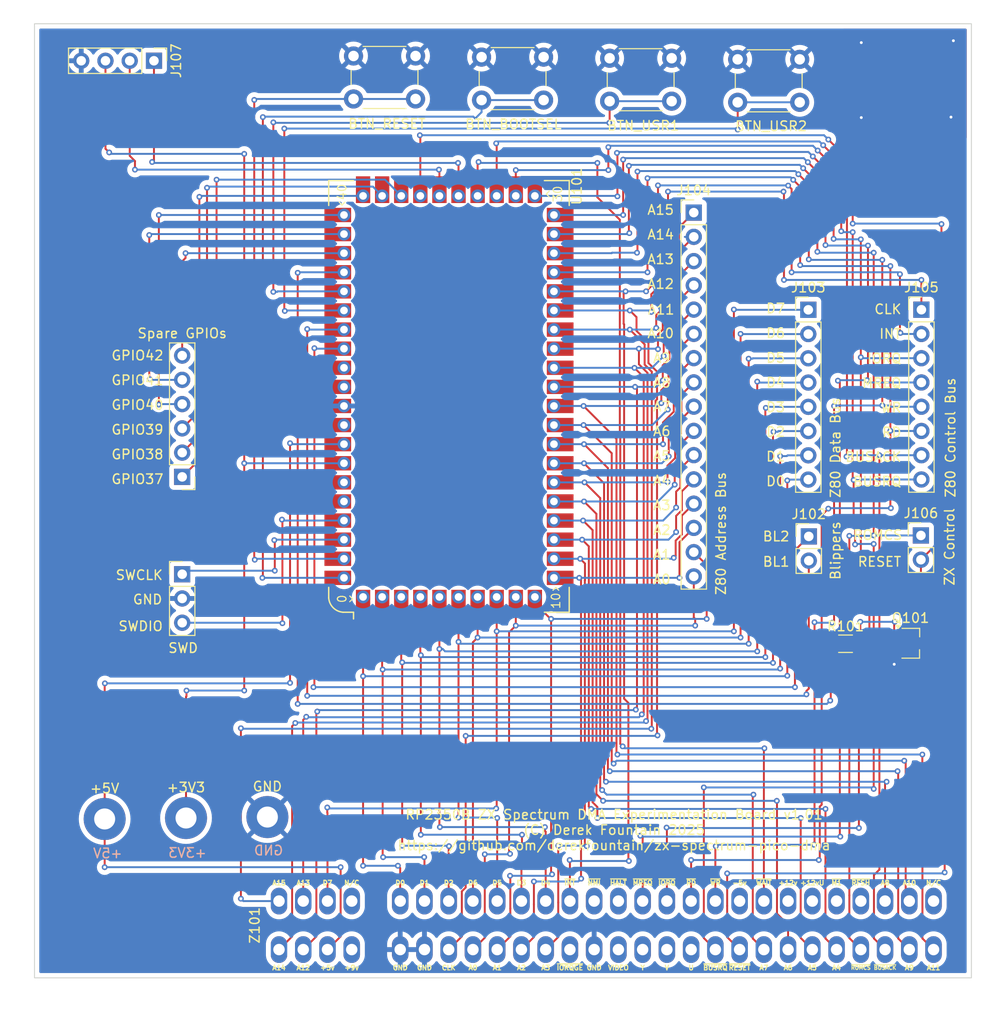
<source format=kicad_pcb>
(kicad_pcb (version 20240108) (generator "pcbnew") (generator_version "8.0")
  (title_block (date "2024-11-29"))
  (layers (0 "F.Cu" signal) (31 "B.Cu" signal) (34 "B.Paste" user) (35 "F.Paste" user) (36 "B.SilkS" user "B.Silkscreen") (37 "F.SilkS" user "F.Silkscreen") (38 "B.Mask" user) (39 "F.Mask" user) (44 "Edge.Cuts" user))
  (net 0 "")
  (net 1 "+5V")
  (net 2 "+3V3")
  (net 3 "GND")
  (net 4 "/SWDIO")
  (net 5 "/SWCLK")
  (net 6 "/BLIPPER1")
  (net 7 "/BLIPPER2")
  (net 9 "ZXD7")
  (net 10 "ZXD2")
  (net 11 "ZXD3")
  (net 12 "ZXD6")
  (net 13 "ZXD1")
  (net 14 "ZXD4")
  (net 15 "ZXD0")
  (net 17 "ZXD5")
  (net 18 "ZXA8")
  (net 19 "ZXA12")
  (net 20 "ZXA9")
  (net 21 "ZXA7")
  (net 22 "ZXA13")
  (net 23 "ZXA2")
  (net 24 "ZXA5")
  (net 26 "ZXA14")
  (net 27 "ZXA6")
  (net 28 "ZXA10")
  (net 29 "ZXA1")
  (net 30 "ZXA0")
  (net 31 "ZXA4")
  (net 32 "ZXA15")
  (net 33 "ZXA11")
  (net 34 "ZXA3")
  (net 35 "ZXMREQ")
  (net 36 "ZXWR")
  (net 37 "ZXINT")
  (net 38 "ZXRD")
  (net 39 "ZXBUSACK")
  (net 40 "ZXIORQ")
  (net 41 "ZXCLK")
  (net 42 "ZXRESET")
  (net 43 "ZXROMCS")
  (net 44 "/I2C1_SCL")
  (net 45 "/I2C1_SDA")
  (net 46 "/GPIO40")
  (net 47 "/GPIO42")
  (net 48 "/GPIO41")
  (net 51 "Net-(Q101-B)")
  (net 52 "RESET_Z80")
  (net 53 "/~{RESET}")
  (net 54 "/BOOTSEL")
  (net 55 "/BTN_USR1")
  (net 56 "/BTN_USR2")
  (net 57 "ZXBUSRQ")
  (net 58 "ZXWAIT")
  (net 66 "/GPIO37")
  (net 67 "/GPIO38")
  (net 69 "/GPIO39")
  (footprint "Button_Switch_THT:SW_PUSH_6mm_H4.3mm" (layer "F.Cu") (at 98.466666 56.566666)
    (property "Reference" "SW102" (hide yes))
    (property "Value" "BTN_BOOTSEL")
  )
  (footprint "Connector_PinHeader_2.54mm:PinHeader_1x02_P2.54mm_Vertical" (layer "F.Cu") (at 144.5 106.66)
    (property "Reference" "J106")
    (property "Value" "ZX Control")
  )
  (footprint "rp2350:RP2xxx_Stamp_XL_THT" (layer "F.Cu") (at 95.05 92.1 90)
    (property "Reference" "U101")
    (property "Value" "RP2350_Stamp_XL")
  )
  (footprint "MountingHole:MountingHole_2.2mm_M2_Pad" (layer "F.Cu") (at 67.5 136.25 180)
    (property "Reference" "H102" (hide yes))
    (property "Value" "+3V3")
  )
  (footprint "zxedge:Spectrum_Edge_Connector" (layer "F.Cu") (at 110.262 147.488)
    (property "Reference" "Z101")
    (property "Value" "ZX48Bus")
  )
  (footprint "MountingHole:MountingHole_2.2mm_M2_Pad" (layer "F.Cu") (at 76.025 136.15 180)
    (property "Reference" "H103" (hide yes))
    (property "Value" "GND")
  )
  (footprint "Button_Switch_THT:SW_PUSH_6mm_H4.3mm" (layer "F.Cu") (at 125.3 56.799998)
    (property "Reference" "SW104" (hide yes))
    (property "Value" "BTN_USR2")
  )
  (footprint "Connector_PinHeader_2.54mm:PinHeader_1x08_P2.54mm_Vertical" (layer "F.Cu") (at 144.55 83.02)
    (property "Reference" "J105")
    (property "Value" "Z80 Control Bus")
  )
  (footprint "Resistor_SMD:R_1206_3216Metric_Pad1.30x1.75mm_HandSolder" (layer "F.Cu") (at 136.6 118)
    (property "Reference" "R101")
    (property "Value" "1K")
  )
  (footprint "Connector_PinHeader_2.54mm:PinHeader_1x02_P2.54mm_Vertical" (layer "F.Cu") (at 132.75 106.76)
    (property "Reference" "J102")
    (property "Value" "Blippers")
  )
  (footprint "Connector_PinHeader_2.54mm:PinHeader_1x04_P2.54mm_Vertical" (layer "F.Cu") (at 64.14 56.95 -90)
    (property "Reference" "J107")
    (property "Value" "OLED")
  )
  (footprint "Package_TO_SOT_SMD:TSOT-23_HandSoldering" (layer "F.Cu") (at 143.41 117.95)
    (property "Reference" "Q101")
    (property "Value" "PMBT2222A")
  )
  (footprint "MountingHole:MountingHole_2.2mm_M2_Pad" (layer "F.Cu") (at 58.975 136.35 180)
    (property "Reference" "H101" (hide yes))
    (property "Value" "+5V")
  )
  (footprint "Connector_PinHeader_2.54mm:PinHeader_1x08_P2.54mm_Vertical" (layer "F.Cu") (at 132.7 83.03)
    (property "Reference" "J103")
    (property "Value" "Z80 Data Bus")
  )
  (footprint "Button_Switch_THT:SW_PUSH_6mm_H4.3mm" (layer "F.Cu") (at 85.05 56.45)
    (property "Reference" "SW101" (hide yes))
    (property "Value" "BTN_RESET")
  )
  (footprint "Connector_PinHeader_2.54mm:PinHeader_1x03_P2.54mm_Vertical" (layer "F.Cu") (at 67.1 110.72)
    (property "Reference" "J101" (hide yes))
    (property "Value" "SWD")
  )
  (footprint "Connector_PinHeader_2.54mm:PinHeader_1x16_P2.54mm_Vertical" (layer "F.Cu") (at 120.7 72.85)
    (property "Reference" "J104")
    (property "Value" "Z80 Address Bus")
  )
  (footprint "Button_Switch_THT:SW_PUSH_6mm_H4.3mm" (layer "F.Cu") (at 111.883332 56.683332)
    (property "Reference" "SW103" (hide yes))
    (property "Value" "BTN_USR1")
  )
  (footprint "Connector_PinHeader_2.54mm:PinHeader_1x06_P2.54mm_Vertical" (layer "F.Cu") (at 67.1 100.525 180)
    (property "Reference" "J108" (hide yes))
    (property "Value" "Spare GPIOs")
  )
  (gr_rect (start 51.624 53.076) (end 149.788 152.986) (stroke (width 0.1)) (fill none) (layer "Edge.Cuts"))
  (gr_text "+3V3" (at 67.65 139.9 0) (layer "B.SilkS") (effects (font (size 1 1)) (justify mirror)))
  (gr_text "+5V" (at 59.3 139.95 0) (layer "B.SilkS") (effects (font (size 1 1)) (justify mirror)))
  (gr_text "GND" (at 76.15 139.65 0) (layer "B.SilkS") (effects (font (size 1 1)) (justify mirror)))
  (gr_text "BL1" (at 127.85 110 0) (layer "F.SilkS") (effects (font (size 1 1)) (justify left bottom)))
  (gr_text "IORQ" (at 138.771429 88.712858 0) (layer "F.SilkS") (effects (font (size 1 1)) (justify left bottom)))
  (gr_text "INT" (at 140.057143 86.134287 0) (layer "F.SilkS") (effects (font (size 1 1)) (justify left bottom)))
  (gr_text "D5" (at 128.2 88.641428 0) (layer "F.SilkS") (effects (font (size 1 1)) (justify left bottom)))
  (gr_text "GPIO38" (at 59.6 98.76 0) (layer "F.SilkS") (effects (font (size 1 1)) (justify left bottom)))
  (gr_text "A15" (at 115.75 73.15 0) (layer "F.SilkS") (effects (font (size 1 1)) (justify left bottom)))
  (gr_text "A13" (at 115.75 78.321428 0) (layer "F.SilkS") (effects (font (size 1 1)) (justify left bottom)))
  (gr_text "D3" (at 128.2 93.812856 0) (layer "F.SilkS") (effects (font (size 1 1)) (justify left bottom)))
  (gr_text "SWDIO" (at 60.335715 116.75 0) (layer "F.SilkS") (effects (font (size 1 1)) (justify left bottom)))
  (gr_text "A1" (at 116.35 109.264284 0) (layer "F.SilkS") (effects (font (size 1 1)) (justify left bottom)))
  (gr_text "A12" (at 115.75 80.907142 0) (layer "F.SilkS") (effects (font (size 1 1)) (justify left bottom)))
  (gr_text "GPIO37" (at 59.6 101.35 0) (layer "F.SilkS") (effects (font (size 1 1)) (justify left bottom)))
  (gr_text "GPIO40" (at 59.6 93.58 0) (layer "F.SilkS") (effects (font (size 1 1)) (justify left bottom)))
  (gr_text "A5" (at 116.35 98.921428 0) (layer "F.SilkS") (effects (font (size 1 1)) (justify left bottom)))
  (gr_text "MREQ" (at 138.247619 91.291429 0) (layer "F.SilkS") (effects (font (size 1 1)) (justify left bottom)))
  (gr_text "BL2" (at 127.85 107.35 0) (layer "F.SilkS") (effects (font (size 1 1)) (justify left bottom)))
  (gr_text "D0" (at 128.2 101.57 0) (layer "F.SilkS") (effects (font (size 1 1)) (justify left bottom)))
  (gr_text "SWCLK" (at 60.05 111.4 0) (layer "F.SilkS") (effects (font (size 1 1)) (justify left bottom)))
  (gr_text "RP2350B ZX Spectrum DMA Experimentation Board v1.01\n(C) Derek Fountain 2025\nhttps://github.com/derekfountain/zx-spectrum-pico-dma" (at 112.35 139.7 0) (layer "F.SilkS") (effects (font (size 1 1)) (justify bottom)))
  (gr_text "A2" (at 116.35 106.67857 0) (layer "F.SilkS") (effects (font (size 1 1)) (justify left bottom)))
  (gr_text "A8" (at 116.35 91.25 0) (layer "F.SilkS") (effects (font (size 1 1)) (justify left bottom)))
  (gr_text "D1" (at 128.2 98.984284 0) (layer "F.SilkS") (effects (font (size 1 1)) (justify left bottom)))
  (gr_text "D2" (at 128.2 96.39857 0) (layer "F.SilkS") (effects (font (size 1 1)) (justify left bottom)))
  (gr_text "A11" (at 115.8 83.6 0) (layer "F.SilkS") (effects (font (size 1 1)) (justify left bottom)))
  (gr_text "GPIO42" (at 59.6 88.4 0) (layer "F.SilkS") (effects (font (size 1 1)) (justify left bottom)))
  (gr_text "BUSRQ" (at 137.295238 101.605716 0) (layer "F.SilkS") (effects (font (size 1 1)) (justify left bottom)))
  (gr_text "RD" (at 140.342857 96.448571 0) (layer "F.SilkS") (effects (font (size 1 1)) (justify left bottom)))
  (gr_text "A3" (at 116.35 104.092856 0) (layer "F.SilkS") (effects (font (size 1 1)) (justify left bottom)))
  (gr_text "D4" (at 128.2 91.227142 0) (layer "F.SilkS") (effects (font (size 1 1)) (justify left bottom)))
  (gr_text "GPIO41" (at 59.6 90.99 0) (layer "F.SilkS") (effects (font (size 1 1)) (justify left bottom)))
  (gr_text "A4" (at 116.35 101.507142 0) (layer "F.SilkS") (effects (font (size 1 1)) (justify left bottom)))
  (gr_text "GND" (at 61.85 113.95 0) (layer "F.SilkS") (effects (font (size 1 1)) (justify left bottom)))
  (gr_text "GPIO39" (at 59.6 96.17 0) (layer "F.SilkS") (effects (font (size 1 1)) (justify left bottom)))
  (gr_text "A6" (at 116.35 96.335714 0) (layer "F.SilkS") (effects (font (size 1 1)) (justify left bottom)))
  (gr_text "D7" (at 128.2 83.47 0) (layer "F.SilkS") (effects (font (size 1 1)) (justify left bottom)))
  (gr_text "A14" (at 115.75 75.735714 0) (layer "F.SilkS") (effects (font (size 1 1)) (justify left bottom)))
  (gr_text "BUSACK" (at 136.485714 99.027142 0) (layer "F.SilkS") (effects (font (size 1 1)) (justify left bottom)))
  (gr_text "A10" (at 115.75 86.07857 0) (layer "F.SilkS") (effects (font (size 1 1)) (justify left bottom)))
  (gr_text "A9" (at 116.35 88.664284 0) (layer "F.SilkS") (effects (font (size 1 1)) (justify left bottom)))
  (gr_text "A0" (at 116.35 111.85 0) (layer "F.SilkS") (effects (font (size 1 1)) (justify left bottom)))
  (gr_text "ROMCS" (at 137.3 107.2 0) (layer "F.SilkS") (effects (font (size 1 1)) (justify left bottom)))
  (gr_text "CLK" (at 139.533333 83.555716 0) (layer "F.SilkS") (effects (font (size 1 1)) (justify left bottom)))
  (gr_text "WR" (at 140.2 93.87 0) (layer "F.SilkS") (effects (font (size 1 1)) (justify left bottom)))
  (gr_text "A7" (at 116.35 93.75 0) (layer "F.SilkS") (effects (font (size 1 1)) (justify left bottom)))
  (gr_text "D6" (at 128.2 86.055714 0) (layer "F.SilkS") (effects (font (size 1 1)) (justify left bottom)))
  (gr_text "RESET" (at 137.8 110 0) (layer "F.SilkS") (effects (font (size 1 1)) (justify left bottom)))
  (segment (start 83.6984 148.6516) (end 82.322 150.028) (width 0.2) (layer "F.Cu") (net 1))
  (segment (start 58.975 141.4) (end 58.975 136.35) (width 0.2) (layer "F.Cu") (net 1))
  (segment (start 83.6984 141.4) (end 83.6984 148.6516) (width 0.2) (layer "F.Cu") (net 1))
  (segment (start 78.4 122.1) (end 78.4 97) (width 0.2) (layer "F.Cu") (net 1))
  (segment (start 58.975 122.175) (end 59 122.15) (width 0.2) (layer "F.Cu") (net 1))
  (segment (start 58.975 136.35) (end 58.975 122.175) (width 0.2) (layer "F.Cu") (net 1))
  (via (at 78.4 97) (size 0.6) (drill 0.3) (layers "F.Cu" "B.Cu") (net 1))
  (via (at 83.6984 141.4) (size 0.6) (drill 0.3) (layers "F.Cu" "B.Cu") (net 1))
  (via (at 59 122.15) (size 0.6) (drill 0.3) (layers "F.Cu" "B.Cu") (net 1))
  (via (at 58.975 141.4) (size 0.6) (drill 0.3) (layers "F.Cu" "B.Cu") (net 1))
  (via (at 78.4 122.1) (size 0.6) (drill 0.3) (layers "F.Cu" "B.Cu") (net 1))
  (segment (start 59 122.15) (end 78.35 122.15) (width 0.2) (layer "B.Cu") (net 1))
  (segment (start 78.35 122.15) (end 78.4 122.1) (width 0.2) (layer "B.Cu") (net 1))
  (segment (start 78.4 97) (end 78.5 97.1) (width 0.2) (layer "B.Cu") (net 1))
  (segment (start 83.6984 141.4) (end 58.975 141.4) (width 0.2) (layer "B.Cu") (net 1))
  (segment (start 78.5 97.1) (end 84.05 97.1) (width 0.2) (layer "B.Cu") (net 1))
  (segment (start 67.55 122.9) (end 67.55 123.5) (width 0.2) (layer "F.Cu") (net 2))
  (segment (start 59.45 66.55) (end 59.06 66.16) (width 0.2) (layer "F.Cu") (net 2))
  (segment (start 67.55 123.5) (end 67.5 123.55) (width 0.2) (layer "F.Cu") (net 2))
  (segment (start 59.06 66.16) (end 59.06 56.95) (width 0.2) (layer "F.Cu") (net 2))
  (segment (start 67.5 123.55) (end 67.5 136.25) (width 0.2) (layer "F.Cu") (net 2))
  (segment (start 73.6 99.1) (end 73.6 66.7) (width 0.2) (layer "F.Cu") (net 2))
  (segment (start 73.6 99.1) (end 73.6 122.9) (width 0.2) (layer "F.Cu") (net 2))
  (via (at 67.55 122.9) (size 0.6) (drill 0.3) (layers "F.Cu" "B.Cu") (net 2))
  (via (at 59.45 66.55) (size 0.6) (drill 0.3) (layers "F.Cu" "B.Cu") (net 2))
  (via (at 73.6 66.7) (size 0.6) (drill 0.3) (layers "F.Cu" "B.Cu") (net 2))
  (via (at 73.6 122.9) (size 0.6) (drill 0.3) (layers "F.Cu" "B.Cu") (net 2))
  (via (at 73.6 99.1) (size 0.6) (drill 0.3) (layers "F.Cu" "B.Cu") (net 2))
  (segment (start 73.6 66.7) (end 59.6 66.7) (width 0.2) (layer "B.Cu") (net 2))
  (segment (start 59.6 66.7) (end 59.45 66.55) (width 0.2) (layer "B.Cu") (net 2))
  (segment (start 84.05 99.1) (end 73.6 99.1) (width 0.2) (layer "B.Cu") (net 2))
  (segment (start 67.55 122.9) (end 73.6 122.9) (width 0.2) (layer "B.Cu") (net 2))
  (segment (start 141.7 118.9) (end 141.7 120.15) (width 0.2) (layer "F.Cu") (net 3))
  (via (at 138.25 62.9) (size 0.6) (drill 0.3) (layers "F.Cu" "B.Cu") (net 3))
  (via (at 138.25 55.05) (size 0.6) (drill 0.3) (layers "F.Cu" "B.Cu") (net 3))
  (via (at 141.7 120.15) (size 0.6) (drill 0.3) (layers "F.Cu" "B.Cu") (net 3))
  (via (at 147.9 54.85) (size 0.6) (drill 0.3) (layers "F.Cu" "B.Cu") (net 3))
  (via (at 147.65 62.85) (size 0.6) (drill 0.3) (layers "F.Cu" "B.Cu") (net 3))
  (segment (start 77.6 105.05) (end 77.55 105) (width 0.2) (layer "F.Cu") (net 4))
  (segment (start 77.6 115.85) (end 77.6 105.05) (width 0.2) (layer "F.Cu") (net 4))
  (via (at 77.6 115.85) (size 0.6) (drill 0.3) (layers "F.Cu" "B.Cu") (net 4))
  (via (at 77.55 105) (size 0.6) (drill 0.3) (layers "F.Cu" "B.Cu") (net 4))
  (segment (start 77.55 105) (end 77.65 105.1) (width 0.2) (layer "B.Cu") (net 4))
  (segment (start 77.55 115.8) (end 77.6 115.85) (width 0.2) (layer "B.Cu") (net 4))
  (segment (start 67.1 115.8) (end 77.55 115.8) (width 0.2) (layer "B.Cu") (net 4))
  (segment (start 77.65 105.1) (end 84.05 105.1) (width 0.2) (layer "B.Cu") (net 4))
  (segment (start 76.8 110.35) (end 76.8 107.2) (width 0.2) (layer "F.Cu") (net 5))
  (segment (start 76.8 107.2) (end 76.75 107.15) (width 0.2) (layer "F.Cu") (net 5))
  (via (at 76.75 107.15) (size 0.6) (drill 0.3) (layers "F.Cu" "B.Cu") (net 5))
  (via (at 76.8 110.35) (size 0.6) (drill 0.3) (layers "F.Cu" "B.Cu") (net 5))
  (segment (start 76.75 107.15) (end 76.8 107.1) (width 0.2) (layer "B.Cu") (net 5))
  (segment (start 67.1 110.72) (end 67.47 110.35) (width 0.2) (layer "B.Cu") (net 5))
  (segment (start 76.8 107.1) (end 84.05 107.1) (width 0.2) (layer "B.Cu") (net 5))
  (segment (start 67.47 110.35) (end 76.8 110.35) (width 0.2) (layer "B.Cu") (net 5))
  (segment (start 80.2 85.05) (end 80.2 123.45) (width 0.2) (layer "F.Cu") (net 6))
  (segment (start 132.75 122.7) (end 132.75 109.3) (width 0.2) (layer "F.Cu") (net 6))
  (segment (start 132.5 123.3) (end 132.5 122.95) (width 0.2) (layer "F.Cu") (net 6))
  (segment (start 132.5 122.95) (end 132.75 122.7) (width 0.2) (layer "F.Cu") (net 6))
  (via (at 132.5 123.3) (size 0.6) (drill 0.3) (layers "F.Cu" "B.Cu") (net 6))
  (via (at 80.2 85.05) (size 0.6) (drill 0.3) (layers "F.Cu" "B.Cu") (net 6))
  (via (at 80.2 123.45) (size 0.6) (drill 0.3) (layers "F.Cu" "B.Cu") (net 6))
  (segment (start 132.35 123.45) (end 132.5 123.3) (width 0.2) (layer "B.Cu") (net 6))
  (segment (start 80.25 85.1) (end 80.2 85.05) (width 0.2) (layer "B.Cu") (net 6))
  (segment (start 84.05 85.1) (end 80.25 85.1) (width 0.2) (layer "B.Cu") (net 6))
  (segment (start 80.2 123.45) (end 132.35 123.45) (width 0.2) (layer "B.Cu") (net 6))
  (segment (start 131.3 108.21) (end 132.75 106.76) (width 0.2) (layer "F.Cu") (net 7))
  (segment (start 131.3 122.55) (end 131.3 108.21) (width 0.2) (layer "F.Cu") (net 7))
  (segment (start 80.95 122.45) (end 80.85 122.55) (width 0.2) (layer "F.Cu") (net 7))
  (segment (start 80.95 87.05) (end 80.95 122.45) (width 0.2) (layer "F.Cu") (net 7))
  (via (at 80.95 87.05) (size 0.6) (drill 0.3) (layers "F.Cu" "B.Cu") (net 7))
  (via (at 80.85 122.55) (size 0.6) (drill 0.3) (layers "F.Cu" "B.Cu") (net 7))
  (via (at 131.3 122.55) (size 0.6) (drill 0.3) (layers "F.Cu" "B.Cu") (net 7))
  (segment (start 80.85 122.55) (end 131.3 122.55) (width 0.2) (layer "B.Cu") (net 7))
  (segment (start 84.05 87.1) (end 81 87.1) (width 0.2) (layer "B.Cu") (net 7))
  (segment (start 81 87.1) (end 80.95 87.05) (width 0.2) (layer "B.Cu") (net 7))
  (segment (start 100.05 113.1) (end 100.05 116.7) (width 0.2) (layer "F.Cu") (net 9))
  (segment (start 100.05 135.2) (end 100 135.25) (width 0.2) (layer "F.Cu") (net 9))
  (segment (start 82.3 135.15) (end 82.3 135.7) (width 0.2) (layer "F.Cu") (net 9))
  (segment (start 82.3 135.7) (end 82.322 135.722) (width 0.2) (layer "F.Cu") (net 9))
  (segment (start 82.322 135.722) (end 82.322 144.948) (width 0.2) (layer "F.Cu") (net 9))
  (segment (start 100.05 116.7) (end 100.05 135.2) (width 0.2) (layer "F.Cu") (net 9))
  (segment (start 124.9 116.7) (end 124.9 83) (width 0.2) (layer "F.Cu") (net 9))
  (via (at 124.9 83) (size 0.6) (drill 0.3) (layers "F.Cu" "B.Cu") (net 9))
  (via (at 100 135.25) (size 0.6) (drill 0.3) (layers "F.Cu" "B.Cu") (net 9))
  (via (at 82.3 135.15) (size 0.6) (drill 0.3) (layers "F.Cu" "B.Cu") (net 9))
  (via (at 124.9 116.7) (size 0.6) (drill 0.3) (layers "F.Cu" "B.Cu") (net 9))
  (via (at 100.05 116.7) (size 0.6) (drill 0.3) (layers "F.Cu" "B.Cu") (net 9))
  (segment (start 100 135.25) (end 82.4 135.25) (width 0.2) (layer "B.Cu") (net 9))
  (segment (start 124.9 83) (end 124.93 83.03) (width 0.2) (layer "B.Cu") (net 9))
  (segment (start 124.93 83.03) (end 132.7 83.03) (width 0.2) (layer "B.Cu") (net 9))
  (segment (start 100.05 116.7) (end 124.9 116.7) (width 0.2) (layer "B.Cu") (net 9))
  (segment (start 82.4 135.25) (end 82.3 135.15) (width 0.2) (layer "B.Cu") (net 9))
  (segment (start 90.05 119.85) (end 90.15 119.95) (width 0.2) (layer "F.Cu") (net 10))
  (segment (start 90.15 119.95) (end 90.15 139.15) (width 0.2) (layer "F.Cu") (net 10))
  (segment (start 95.05 139.2) (end 95.022 139.228) (width 0.2) (layer "F.Cu") (net 10))
  (segment (start 129 95.85) (end 129.05 95.8) (width 0.2) (layer "F.Cu") (net 10))
  (segment (start 95.022 139.228) (end 95.022 144.948) (width 0.2) (layer "F.Cu") (net 10))
  (segment (start 129 120) (end 129 95.85) (width 0.2) (layer "F.Cu") (net 10))
  (segment (start 90.05 113.75) (end 90.05 119.85) (width 0.2) (layer "F.Cu") (net 10))
  (via (at 90.15 139.15) (size 0.6) (drill 0.3) (layers "F.Cu" "B.Cu") (net 10))
  (via (at 129.05 95.8) (size 0.6) (drill 0.3) (layers "F.Cu" "B.Cu") (net 10))
  (via (at 95.05 139.2) (size 0.6) (drill 0.3) (layers "F.Cu" "B.Cu") (net 10))
  (via (at 90.15 119.95) (size 0.6) (drill 0.3) (layers "F.Cu" "B.Cu") (net 10))
  (via (at 129 120) (size 0.6) (drill 0.3) (layers "F.Cu" "B.Cu") (net 10))
  (segment (start 129.57 95.73) (end 132.7 95.73) (width 0.2) (layer "B.Cu") (net 10))
  (segment (start 90.2 120) (end 129 120) (width 0.2) (layer "B.Cu") (net 10))
  (segment (start 129.05 95.8) (end 129.5 95.8) (width 0.2) (layer "B.Cu") (net 10))
  (segment (start 129.5 95.8) (end 129.57 95.73) (width 0.2) (layer "B.Cu") (net 10))
  (segment (start 95 139.15) (end 95.05 139.2) (width 0.2) (layer "B.Cu") (net 10))
  (segment (start 90.15 139.15) (end 95 139.15) (width 0.2) (layer "B.Cu") (net 10))
  (segment (start 90.15 119.95) (end 90.2 120) (width 0.2) (layer "B.Cu") (net 10))
  (segment (start 128.2 119.4) (end 128.2 93.35) (width 0.2) (layer "F.Cu") (net 11))
  (segment (start 92.05 119.15) (end 92.1 119.2) (width 0.2) (layer "F.Cu") (net 11))
  (segment (start 102.7 138) (end 102.7 139.05) (width 0.2) (layer "F.Cu") (net 11))
  (segment (start 128.2 93.35) (end 128.25 93.3) (width 0.2) (layer "F.Cu") (net 11))
  (segment (start 92.1 119.2) (end 92.1 138) (width 0.2) (layer "F.Cu") (net 11))
  (segment (start 102.7 139.05) (end 102.642 139.108) (width 0.2) (layer "F.Cu") (net 11))
  (segment (start 92.05 113.1) (end 92.05 119.15) (width 0.2) (layer "F.Cu") (net 11))
  (segment (start 102.642 139.108) (end 102.642 144.948) (width 0.2) (layer "F.Cu") (net 11))
  (via (at 102.7 138) (size 0.6) (drill 0.3) (layers "F.Cu" "B.Cu") (net 11))
  (via (at 128.25 93.3) (size 0.6) (drill 0.3) (layers "F.Cu" "B.Cu") (net 11))
  (via (at 92.1 138) (size 0.6) (drill 0.3) (layers "F.Cu" "B.Cu") (net 11))
  (via (at 92.1 119.2) (size 0.6) (drill 0.3) (layers "F.Cu" "B.Cu") (net 11))
  (via (at 128.2 119.4) (size 0.6) (drill 0.3) (layers "F.Cu" "B.Cu") (net 11))
  (segment (start 92.3 119.4) (end 128.2 119.4) (width 0.2) (layer "B.Cu") (net 11))
  (segment (start 92.1 119.2) (end 92.3 119.4) (width 0.2) (layer "B.Cu") (net 11))
  (segment (start 128.25 93.3) (end 128.36 93.19) (width 0.2) (layer "B.Cu") (net 11))
  (segment (start 128.36 93.19) (end 132.7 93.19) (width 0.2) (layer "B.Cu") (net 11))
  (segment (start 92.1 138) (end 102.7 138) (width 0.2) (layer "B.Cu") (net 11))
  (segment (start 98.05 117.35) (end 97.562 117.838) (width 0.2) (layer "F.Cu") (net 12))
  (segment (start 97.562 117.838) (end 97.562 144.948) (width 0.2) (layer "F.Cu") (net 12))
  (segment (start 98.05 113.1) (end 98.05 117.35) (width 0.2) (layer "F.Cu") (net 12))
  (segment (start 125.6 117.35) (end 125.6 85.55) (width 0.2) (layer "F.Cu") (net 12))
  (via (at 98.05 117.35) (size 0.6) (drill 0.3) (layers "F.Cu" "B.Cu") (net 12))
  (via (at 125.6 117.35) (size 0.6) (drill 0.3) (layers "F.Cu" "B.Cu") (net 12))
  (via (at 125.6 85.55) (size 0.6) (drill 0.3) (layers "F.Cu" "B.Cu") (net 12))
  (segment (start 98.05 117.35) (end 125.6 117.35) (width 0.2) (layer "B.Cu") (net 12))
  (segment (start 125.6 85.55) (end 125.62 85.57) (width 0.2) (layer "B.Cu") (net 12))
  (segment (start 125.62 85.57) (end 132.7 85.57) (width 0.2) (layer "B.Cu") (net 12))
  (segment (start 88.05 120.65) (end 88.1 120.7) (width 0.2) (layer "F.Cu") (net 13))
  (segment (start 88.05 113.1) (end 88.05 120.65) (width 0.2) (layer "F.Cu") (net 13))
  (segment (start 92.482 140.382) (end 92.482 144.948) (width 0.2) (layer "F.Cu") (net 13))
  (segment (start 92.45 140.35) (end 92.482 140.382) (width 0.2) (layer "F.Cu") (net 13))
  (segment (start 88.1 140.3) (end 88.15 140.35) (width 0.2) (layer "F.Cu") (net 13))
  (segment (start 129.75 120.6) (end 129.75 98.35) (width 0.2) (layer "F.Cu") (net 13))
  (segment (start 88.1 120.7) (end 88.1 140.3) (width 0.2) (layer "F.Cu") (net 13))
  (via (at 129.75 120.6) (size 0.6) (drill 0.3) (layers "F.Cu" "B.Cu") (net 13))
  (via (at 92.45 140.35) (size 0.6) (drill 0.3) (layers "F.Cu" "B.Cu") (net 13))
  (via (at 88.1 120.7) (size 0.6) (drill 0.3) (layers "F.Cu" "B.Cu") (net 13))
  (via (at 129.75 98.35) (size 0.6) (drill 0.3) (layers "F.Cu" "B.Cu") (net 13))
  (via (at 88.15 140.35) (size 0.6) (drill 0.3) (layers "F.Cu" "B.Cu") (net 13))
  (segment (start 88.15 140.35) (end 92.45 140.35) (width 0.2) (layer "B.Cu") (net 13))
  (segment (start 129.65 120.7) (end 129.75 120.6) (width 0.2) (layer "B.Cu") (net 13))
  (segment (start 88.1 120.7) (end 129.65 120.7) (width 0.2) (layer "B.Cu") (net 13))
  (segment (start 129.75 98.35) (end 130.45 98.35) (width 0.2) (layer "B.Cu") (net 13))
  (segment (start 130.45 98.35) (end 130.53 98.27) (width 0.2) (layer "B.Cu") (net 13))
  (segment (start 130.53 98.27) (end 132.7 98.27) (width 0.2) (layer "B.Cu") (net 13))
  (segment (start 105.1 137.2) (end 105.1 137.6) (width 0.2) (layer "F.Cu") (net 14))
  (segment (start 94.05 113.1) (end 94.05 118.55) (width 0.2) (layer "F.Cu") (net 14))
  (segment (start 94.05 137.15) (end 94.1 137.2) (width 0.2) (layer "F.Cu") (net 14))
  (segment (start 94.05 118.55) (end 94.05 137.15) (width 0.2) (layer "F.Cu") (net 14))
  (segment (start 105.182 137.682) (end 105.182 144.948) (width 0.2) (layer "F.Cu") (net 14))
  (segment (start 105.1 137.6) (end 105.182 137.682) (width 0.2) (layer "F.Cu") (net 14))
  (segment (start 127.35 118.8) (end 127.35 90.55) (width 0.2) (layer "F.Cu") (net 14))
  (via (at 94.05 118.55) (size 0.6) (drill 0.3) (layers "F.Cu" "B.Cu") (net 14))
  (via (at 127.35 90.55) (size 0.6) (drill 0.3) (layers "F.Cu" "B.Cu") (net 14))
  (via (at 105.1 137.2) (size 0.6) (drill 0.3) (layers "F.Cu" "B.Cu") (net 14))
  (via (at 94.1 137.2) (size 0.6) (drill 0.3) (layers "F.Cu" "B.Cu") (net 14))
  (via (at 127.35 118.8) (size 0.6) (drill 0.3) (layers "F.Cu" "B.Cu") (net 14))
  (segment (start 127.35 90.55) (end 127.45 90.65) (width 0.2) (layer "B.Cu") (net 14))
  (segment (start 127.45 90.65) (end 132.7 90.65) (width 0.2) (layer "B.Cu") (net 14))
  (segment (start 94.65 118.8) (end 127.35 118.8) (width 0.2) (layer "B.Cu") (net 14))
  (segment (start 94.1 137.2) (end 105.1 137.2) (width 0.2) (layer "B.Cu") (net 14))
  (segment (start 94.05 118.55) (end 94.4 118.55) (width 0.2) (layer "B.Cu") (net 14))
  (segment (start 94.4 118.55) (end 94.65 118.8) (width 0.2) (layer "B.Cu") (net 14))
  (segment (start 86.05 121.4) (end 86.05 141.25) (width 0.2) (layer "F.Cu") (net 15))
  (segment (start 130.5 121.35) (end 130.5 100.9) (width 0.2) (layer "F.Cu") (net 15))
  (segment (start 89.7 141.25) (end 89.942 141.492) (width 0.2) (layer "F.Cu") (net 15))
  (segment (start 89.942 141.492) (end 89.942 144.948) (width 0.2) (layer "F.Cu") (net 15))
  (segment (start 86.05 113.75) (end 86.05 121.4) (width 0.2) (layer "F.Cu") (net 15))
  (via (at 130.5 100.9) (size 0.6) (drill 0.3) (layers "F.Cu" "B.Cu") (net 15))
  (via (at 86.05 141.25) (size 0.6) (drill 0.3) (layers "F.Cu" "B.Cu") (net 15))
  (via (at 89.7 141.25) (size 0.6) (drill 0.3) (layers "F.Cu" "B.Cu") (net 15))
  (via (at 130.5 121.35) (size 0.6) (drill 0.3) (layers "F.Cu" "B.Cu") (net 15))
  (via (at 86.05 121.4) (size 0.6) (drill 0.3) (layers "F.Cu" "B.Cu") (net 15))
  (segment (start 86.05 121.4) (end 130.45 121.4) (width 0.2) (layer "B.Cu") (net 15))
  (segment (start 130.45 121.4) (end 130.5 121.35) (width 0.2) (layer "B.Cu") (net 15))
  (segment (start 130.5 100.9) (end 130.59 100.81) (width 0.2) (layer "B.Cu") (net 15))
  (segment (start 130.59 100.81) (end 132.7 100.81) (width 0.2) (layer "B.Cu") (net 15))
  (segment (start 86.05 141.25) (end 89.7 141.25) (width 0.2) (layer "B.Cu") (net 15))
  (segment (start 126.45 118) (end 126.45 88.15) (width 0.2) (layer "F.Cu") (net 17))
  (segment (start 96.05 113.1) (end 96.05 117.8) (width 0.2) (layer "F.Cu") (net 17))
  (segment (start 96.05 117.8) (end 96.05 136.2) (width 0.2) (layer "F.Cu") (net 17))
  (segment (start 100.102 136.252) (end 100.102 144.948) (width 0.2) (layer "F.Cu") (net 17))
  (segment (start 100.1 136.25) (end 100.102 136.252) (width 0.2) (layer "F.Cu") (net 17))
  (via (at 96.05 117.8) (size 0.6) (drill 0.3) (layers "F.Cu" "B.Cu") (net 17))
  (via (at 96.05 136.2) (size 0.6) (drill 0.3) (layers "F.Cu" "B.Cu") (net 17))
  (via (at 126.45 118) (size 0.6) (drill 0.3) (layers "F.Cu" "B.Cu") (net 17))
  (via (at 100.1 136.25) (size 0.6) (drill 0.3) (layers "F.Cu" "B.Cu") (net 17))
  (via (at 126.45 88.15) (size 0.6) (drill 0.3) (layers "F.Cu" "B.Cu") (net 17))
  (segment (start 126.45 88.15) (end 126.85 88.15) (width 0.2) (layer "B.Cu") (net 17))
  (segment (start 126.89 88.11) (end 132.7 88.11) (width 0.2) (layer "B.Cu") (net 17))
  (segment (start 100.05 136.2) (end 100.1 136.25) (width 0.2) (layer "B.Cu") (net 17))
  (segment (start 96.05 136.2) (end 100.05 136.2) (width 0.2) (layer "B.Cu") (net 17))
  (segment (start 96.05 117.8) (end 96.25 118) (width 0.2) (layer "B.Cu") (net 17))
  (segment (start 96.25 118) (end 126.45 118) (width 0.2) (layer "B.Cu") (net 17))
  (segment (start 126.85 88.15) (end 126.89 88.11) (width 0.2) (layer "B.Cu") (net 17))
  (segment (start 118.075735 98.375735) (end 118.075735 96.474265) (width 0.2) (layer "F.Cu") (net 18))
  (segment (start 119.4 91.93) (end 120.7 90.63) (width 0.2) (layer "F.Cu") (net 18))
  (segment (start 118.075735 96.474265) (end 118.35 96.2) (width 0.2) (layer "F.Cu") (net 18))
  (segment (start 140.9 132.45) (end 140.742 132.608) (width 0.2) (layer "F.Cu") (net 18))
  (segment (start 109.2 99.1) (end 111.3 101.2) (width 0.2) (layer "F.Cu") (net 18))
  (segment (start 111.3 101.2) (end 111.3 103.95) (width 0.2) (layer "F.Cu") (net 18))
  (segment (start 111.3 132.25) (end 111.5 132.45) (width 0.2) (layer "F.Cu") (net 18))
  (segment (start 140.742 132.608) (end 140.742 144.948) (width 0.2) (layer "F.Cu") (net 18))
  (segment (start 111.3 103.95) (end 111.3 132.25) (width 0.2) (layer "F.Cu") (net 18))
  (segment (start 119.4 93.7) (end 119.4 91.93) (width 0.2) (layer "F.Cu") (net 18))
  (segment (start 118.35 96.2) (end 118.35 94.75) (width 0.2) (layer "F.Cu") (net 18))
  (segment (start 118.35 94.75) (end 119.4 93.7) (width 0.2) (layer "F.Cu") (net 18))
  (via (at 111.5 132.45) (size 0.6) (drill 0.3) (layers "F.Cu" "B.Cu") (net 18))
  (via (at 118.075735 98.375735) (size 0.6) (drill 0.3) (layers "F.Cu" "B.Cu") (net 18))
  (via (at 140.9 132.45) (size 0.6) (drill 0.3) (layers "F.Cu" "B.Cu") (net 18))
  (via (at 109.2 99.1) (size 0.6) (drill 0.3) (layers "F.Cu" "B.Cu") (net 18))
  (segment (start 117.35147 99.1) (end 118.075735 98.375735) (width 0.2) (layer "B.Cu") (net 18))
  (segment (start 106.05 99.1) (end 109.2 99.1) (width 0.2) (layer "B.Cu") (net 18))
  (segment (start 109.2 99.1) (end 117.35147 99.1) (width 0.2) (layer "B.Cu") (net 18))
  (segment (start 111.5 132.45) (end 140.9 132.45) (width 0.2) (layer "B.Cu") (net 18))
  (segment (start 118.15 88.15) (end 118.15 86.2) (width 0.2) (layer "F.Cu") (net 19))
  (segment (start 114.75 91.3) (end 114.55 91.1) (width 0.2) (layer "F.Cu") (net 19))
  (segment (start 114.625499 124.9) (end 114.75 124.775499) (width 0.2) (layer "F.Cu") (net 19))
  (segment (start 117.45 90.425735) (end 117.45 88.85) (width 0.2) (layer "F.Cu") (net 19))
  (segment (start 118.55 85.8) (end 118.55 84.15) (width 0.2) (layer "F.Cu") (net 19))
  (segment (start 114.75 124.775499) (end 114.75 91.3) (width 0.2) (layer "F.Cu") (net 19))
  (segment (start 118.15 86.2) (end 118.55 85.8) (width 0.2) (layer "F.Cu") (net 19))
  (segment (start 81.1584 148.6516) (end 79.782 150.028) (width 0.2) (layer "F.Cu") (net 19))
  (segment (start 119.15 83.55) (end 119.15 82.02) (width 0.2) (layer "F.Cu") (net 19))
  (segment (start 118.55 84.15) (end 119.15 83.55) (width 0.2) (layer "F.Cu") (net 19))
  (segment (start 81.1584 125.1916) (end 81.1584 148.6516) (width 0.2) (layer "F.Cu") (net 19))
  (segment (start 119.15 82.02) (end 120.7 80.47) (width 0.2) (layer "F.Cu") (net 19))
  (segment (start 81.25 125.1) (end 81.1584 125.1916) (width 0.2) (layer "F.Cu") (net 19))
  (segment (start 117.45 88.85) (end 118.15 88.15) (width 0.2) (layer "F.Cu") (net 19))
  (via (at 117.45 90.425735) (size 0.6) (drill 0.3) (layers "F.Cu" "B.Cu") (net 19))
  (via (at 114.55 91.1) (size 0.6) (drill 0.3) (layers "F.Cu" "B.Cu") (net 19))
  (via (at 114.625499 124.9) (size 0.6) (drill 0.3) (layers "F.Cu" "B.Cu") (net 19))
  (via (at 81.25 125.1) (size 0.6) (drill 0.3) (layers "F.Cu" "B.Cu") (net 19))
  (segment (start 114.55 91.1) (end 106.05 91.1) (width 0.2) (layer "B.Cu") (net 19))
  (segment (start 114.625499 124.9) (end 114.575499 124.95) (width 0.2) (layer "B.Cu") (net 19))
  (segment (start 114.55 91.1) (end 116.775735 91.1) (width 0.2) (layer "B.Cu") (net 19))
  (segment (start 114.575499 124.95) (end 81.4 124.95) (width 0.2) (layer "B.Cu") (net 19))
  (segment (start 81.4 124.95) (end 81.25 125.1) (width 0.2) (layer "B.Cu") (net 19))
  (segment (start 116.775735 91.1) (end 117.45 90.425735) (width 0.2) (layer "B.Cu") (net 19))
  (segment (start 111.7 101.365686) (end 111.7 131.15) (width 0.2) (layer "F.Cu") (net 20))
  (segment (start 111.7 99.6) (end 111.7 101.365686) (width 0.2) (layer "F.Cu") (net 20))
  (segment (start 109.2 97.1) (end 111.7 99.6) (width 0.2) (layer "F.Cu") (net 20))
  (segment (start 119.3 91.1) (end 119.3 89.49) (width 0.2) (layer "F.Cu") (net 20))
  (segment (start 117.475735 97.1) (end 117.475735 94.824265) (width 0.2) (layer "F.Cu") (net 20))
  (segment (start 117.475735 94.824265) (end 118.6 93.7) (width 0.2) (layer "F.Cu") (net 20))
  (segment (start 142.1184 148.8644) (end 143.282 150.028) (width 0.2) (layer "F.Cu") (net 20))
  (segment (start 142.1184 131.4184) (end 142.1184 148.8644) (width 0.2) (layer "F.Cu") (net 20))
  (segment (start 142.05 131.35) (end 142.1184 131.4184) (width 0.2) (layer "F.Cu") (net 20))
  (segment (start 111.7 131.15) (end 111.9 131.35) (width 0.2) (layer "F.Cu") (net 20))
  (segment (start 118.6 91.8) (end 119.3 91.1) (width 0.2) (layer "F.Cu") (net 20))
  (segment (start 119.3 89.49) (end 120.7 88.09) (width 0.2) (layer "F.Cu") (net 20))
  (segment (start 118.6 93.7) (end 118.6 91.8) (width 0.2) (layer "F.Cu") (net 20))
  (via (at 117.475735 97.1) (size 0.6) (drill 0.3) (layers "F.Cu" "B.Cu") (net 20))
  (via (at 111.9 131.35) (size 0.6) (drill 0.3) (layers "F.Cu" "B.Cu") (net 20))
  (via (at 142.05 131.35) (size 0.6) (drill 0.3) (layers "F.Cu" "B.Cu") (net 20))
  (via (at 109.2 97.1) (size 0.6) (drill 0.3) (layers "F.Cu" "B.Cu") (net 20))
  (segment (start 117.475735 97.1) (end 109.2 97.1) (width 0.2) (layer "B.Cu") (net 20))
  (segment (start 109.2 97.1) (end 106.05 97.1) (width 0.2) (layer "B.Cu") (net 20))
  (segment (start 142.05 131.35) (end 111.9 131.35) (width 0.2) (layer "B.Cu") (net 20))
  (segment (start 110.9 106.95) (end 110.9 133.125735) (width 0.2) (layer "F.Cu") (net 21))
  (segment (start 110.9 133.125735) (end 111.1 133.325735) (width 0.2) (layer "F.Cu") (net 21))
  (segment (start 117.948732 101.062937) (end 117.948732 99.351268) (width 0.2) (layer "F.Cu") (net 21))
  (segment (start 117.948732 99.351268) (end 118.75 98.55) (width 0.2) (layer "F.Cu") (net 21))
  (segment (start 109.25 101.1) (end 110.9 102.75) (width 0.2) (layer "F.Cu") (net 21))
  (segment (start 118.75 96.6) (end 119.35 96) (width 0.2) (layer "F.Cu") (net 21))
  (segment (start 126.8784 133.8716) (end 126.8784 148.8644) (width 0.2) (layer "F.Cu") (net 21))
  (segment (start 126.95 133.8) (end 126.8784 133.8716) (width 0.2) (layer "F.Cu") (net 21))
  (segment (start 126.8784 148.8644) (end 128.042 150.028) (width 0.2) (layer "F.Cu") (net 21))
  (segment (start 110.9 102.75) (end 110.9 106.95) (width 0.2) (layer "F.Cu") (net 21))
  (segment (start 119.35 96) (end 119.35 94.52) (width 0.2) (layer "F.Cu") (net 21))
  (segment (start 118.75 98.55) (end 118.75 96.6) (width 0.2) (layer "F.Cu") (net 21))
  (segment (start 119.35 94.52) (end 120.7 93.17) (width 0.2) (layer "F.Cu") (net 21))
  (via (at 126.95 133.8) (size 0.6) (drill 0.3) (layers "F.Cu" "B.Cu") (net 21))
  (via (at 111.1 133.325735) (size 0.6) (drill 0.3) (layers "F.Cu" "B.Cu") (net 21))
  (via (at 117.948732 101.062937) (size 0.6) (drill 0.3) (layers "F.Cu" "B.Cu") (net 21))
  (via (at 109.25 101.1) (size 0.6) (drill 0.3) (layers "F.Cu" "B.Cu") (net 21))
  (segment (start 109.25 101.1) (end 117.911669 101.1) (width 0.2) (layer "B.Cu") (net 21))
  (segment (start 111.574265 133.8) (end 111.1 133.325735) (width 0.2) (layer "B.Cu") (net 21))
  (segment (start 117.911669 101.1) (end 117.948732 101.062937) (width 0.2) (layer "B.Cu") (net 21))
  (segment (start 126.95 133.8) (end 111.574265 133.8) (width 0.2) (layer "B.Cu") (net 21))
  (segment (start 106.05 101.1) (end 109.25 101.1) (width 0.2) (layer "B.Cu") (net 21))
  (segment (start 119.3 79.33) (end 120.7 77.93) (width 0.2) (layer "F.Cu") (net 22))
  (segment (start 115.45 90.075738) (end 114.485852 89.11159) (width 0.2) (layer "F.Cu") (net 22))
  (segment (start 79.782 125.968) (end 79.782 144.948) (width 0.2) (layer "F.Cu") (net 22))
  (segment (start 115.45 125.2) (end 115.45 90.075738) (width 0.2) (layer "F.Cu") (net 22))
  (segment (start 118.65 83.3) (end 118.65 81.85) (width 0.2) (layer "F.Cu") (net 22))
  (segment (start 80.1 125.65) (end 79.782 125.968) (width 0.2) (layer "F.Cu") (net 22))
  (segment (start 118.65 81.85) (end 119.3 81.2) (width 0.2) (layer "F.Cu") (net 22))
  (segment (start 118.05 83.9) (end 118.65 83.3) (width 0.2) (layer "F.Cu") (net 22))
  (segment (start 119.3 81.2) (end 119.3 79.33) (width 0.2) (layer "F.Cu") (net 22))
  (segment (start 118.05 85.45) (end 118.05 83.9) (width 0.2) (layer "F.Cu") (net 22))
  (segment (start 117.55 87.875735) (end 117.55 85.95) (width 0.2) (layer "F.Cu") (net 22))
  (segment (start 115.25 125.4) (end 115.45 125.2) (width 0.2) (layer "F.Cu") (net 22))
  (segment (start 117.55 85.95) (end 118.05 85.45) (width 0.2) (layer "F.Cu") (net 22))
  (via (at 117.55 87.875735) (size 0.6) (drill 0.3) (layers "F.Cu" "B.Cu") (net 22))
  (via (at 80.1 125.65) (size 0.6) (drill 0.3) (layers "F.Cu" "B.Cu") (net 22))
  (via (at 115.25 125.4) (size 0.6) (drill 0.3) (layers "F.Cu" "B.Cu") (net 22))
  (via (at 114.485852 89.11159) (size 0.6) (drill 0.3) (layers "F.Cu" "B.Cu") (net 22))
  (segment (start 116.314145 89.11159) (end 117.55 87.875735) (width 0.2) (layer "B.Cu") (net 22))
  (segment (start 115.25 125.4) (end 114.95 125.7) (width 0.2) (layer "B.Cu") (net 22))
  (segment (start 114.485852 89.11159) (end 116.314145 89.11159) (width 0.2) (layer "B.Cu") (net 22))
  (segment (start 80.15 125.7) (end 80.1 125.65) (width 0.2) (layer "B.Cu") (net 22))
  (segment (start 114.485852 89.11159) (end 114.474262 89.1) (width 0.2) (layer "B.Cu") (net 22))
  (segment (start 114.95 125.7) (end 80.15 125.7) (width 0.2) (layer "B.Cu") (net 22))
  (segment (start 114.474262 89.1) (end 106.05 89.1) (width 0.2) (layer "B.Cu") (net 22))
  (segment (start 102.642 150.028) (end 103.95 148.72) (width 0.2) (layer "F.Cu") (net 23))
  (segment (start 103.95 148.72) (end 103.95 145.3) (width 0.2) (layer "F.Cu") (net 23))
  (segment (start 108.8856 142.5856) (end 108.8856 111.2856) (width 0.2) (layer "F.Cu") (net 23))
  (segment (start 119.2 111.1) (end 119.2 107.37) (width 0.2) (layer "F.Cu") (net 23))
  (segment (start 119.2 107.37) (end 120.7 105.87) (width 0.2) (layer "F.Cu") (net 23))
  (segment (start 108.9 142.6) (end 108.8856 142.5856) (width 0.2) (layer "F.Cu") (net 23))
  (segment (start 108.8856 111.2856) (end 108.7 111.1) (width 0.2) (layer "F.Cu") (net 23))
  (segment (start 103.95 145.3) (end 103.95 142.9) (width 0.2) (layer "F.Cu") (net 23))
  (via (at 103.95 142.9) (size 0.6) (drill 0.3) (layers "F.Cu" "B.Cu") (net 23))
  (via (at 108.7 111.1) (size 0.6) (drill 0.3) (layers "F.Cu" "B.Cu") (net 23))
  (via (at 119.2 111.1) (size 0.6) (drill 0.3) (layers "F.Cu" "B.Cu") (net 23))
  (via (at 108.9 142.6) (size 0.6) (drill 0.3) (layers "F.Cu" "B.Cu") (net 23))
  (segment (start 108.6 142.9) (end 108.9 142.6) (width 0.2) (layer "B.Cu") (net 23))
  (segment (start 119.2 111.1) (end 108.7 111.1) (width 0.2) (layer "B.Cu") (net 23))
  (segment (start 103.95 142.9) (end 108.6 142.9) (width 0.2) (layer "B.Cu") (net 23))
  (segment (start 108.7 111.1) (end 106.05 111.1) (width 0.2) (layer "B.Cu") (net 23))
  (segment (start 110.1 106.1) (end 110.1 134.601471) (width 0.2) (layer "F.Cu") (net 24))
  (segment (start 131.9 136.25) (end 131.9 148.806) (width 0.2) (layer "F.Cu") (net 24))
  (segment (start 118.85 102.074314) (end 119.3 101.624314) (width 0.2) (layer "F.Cu") (net 24))
  (segment (start 118.85 103.732892) (end 118.85 102.074314) (width 0.2) (layer "F.Cu") (net 24))
  (segment (start 110.1 134.601471) (end 110.6 135.101471) (width 0.2) (layer "F.Cu") (net 24))
  (segment (start 110.6 135.101471) (end 110.6 136.25) (width 0.2) (layer "F.Cu") (net 24))
  (segment (start 131.9 148.806) (end 133.122 150.028) (width 0.2) (layer "F.Cu") (net 24))
  (segment (start 119.3 101.624314) (end 119.3 99.65) (width 0.2) (layer "F.Cu") (net 24))
  (segment (start 109.1 105.1) (end 110.1 106.1) (width 0.2) (layer "F.Cu") (net 24))
  (segment (start 119.3 99.65) (end 120.7 98.25) (width 0.2) (layer "F.Cu") (net 24))
  (via (at 110.6 136.25) (size 0.6) (drill 0.3) (layers "F.Cu" "B.Cu") (net 24))
  (via (at 109.1 105.1) (size 0.6) (drill 0.3) (layers "F.Cu" "B.Cu") (net 24))
  (via (at 131.9 136.25) (size 0.6) (drill 0.3) (layers "F.Cu" "B.Cu") (net 24))
  (via (at 118.85 103.732892) (size 0.6) (drill 0.3) (layers "F.Cu" "B.Cu") (net 24))
  (segment (start 110.6 136.25) (end 131.9 136.25) (width 0.2) (layer "B.Cu") (net 24))
  (segment (start 109.1 105.1) (end 117.482892 105.1) (width 0.2) (layer "B.Cu") (net 24))
  (segment (start 106.05 105.1) (end 109.1 105.1) (width 0.2) (layer "B.Cu") (net 24))
  (segment (start 117.482892 105.1) (end 118.85 103.732892) (width 0.2) (layer "B.Cu") (net 24))
  (segment (start 78.6184 126.6316) (end 78.6184 148.6516) (width 0.2) (layer "F.Cu") (net 26))
  (segment (start 117.45 85.1) (end 117.45 83.6) (width 0.2) (layer "F.Cu") (net 26))
  (segment (start 78.6184 148.6516) (end 77.242 150.028) (width 0.2) (layer "F.Cu") (net 26))
  (segment (start 118 83.05) (end 118 81.65) (width 0.2) (layer "F.Cu") (net 26))
  (segment (start 78.95 126.3) (end 78.6184 126.6316) (width 0.2) (layer "F.Cu") (net 26))
  (segment (start 117.45 83.6) (end 118 83.05) (width 0.2) (layer "F.Cu") (net 26))
  (segment (start 118 81.65) (end 118.8 80.85) (width 0.2) (layer "F.Cu") (net 26))
  (segment (start 115.85 125.95) (end 115.85 89.63137) (width 0.2) (layer "F.Cu") (net 26))
  (segment (start 115.85 89.63137) (end 114.95 88.73137) (width 0.2) (layer "F.Cu") (net 26))
  (segment (start 118.8 77.29) (end 120.7 75.39) (width 0.2) (layer "F.Cu") (net 26))
  (segment (start 114.95 88.73137) (end 114.95 87.1) (width 0.2) (layer "F.Cu") (net 26))
  (segment (start 116.95 85.6) (end 117.45 85.1) (width 0.2) (layer "F.Cu") (net 26))
  (segment (start 116.95 87.15) (end 116.95 85.6) (width 0.2) (layer "F.Cu") (net 26))
  (segment (start 118.8 80.85) (end 118.8 77.29) (width 0.2) (layer "F.Cu") (net 26))
  (segment (start 115.7 126.1) (end 115.85 125.95) (width 0.2) (layer "F.Cu") (net 26))
  (via (at 115.7 126.1) (size 0.6) (drill 0.3) (layers "F.Cu" "B.Cu") (net 26))
  (via (at 78.95 126.3) (size 0.6) (drill 0.3) (layers "F.Cu" "B.Cu") (net 26))
  (via (at 116.95 87.15) (size 0.6) (drill 0.3) (layers "F.Cu" "B.Cu") (net 26))
  (via (at 114.95 87.1) (size 0.6) (drill 0.3) (layers "F.Cu" "B.Cu") (net 26))
  (segment (start 115.55 126.25) (end 79 126.25) (width 0.2) (layer "B.Cu") (net 26))
  (segment (start 114.95 87.1) (end 106.05 87.1) (width 0.2) (layer "B.Cu") (net 26))
  (segment (start 116.9 87.1) (end 116.95 87.15) (width 0.2) (layer "B.Cu") (net 26))
  (segment (start 114.95 87.1) (end 116.9 87.1) (width 0.2) (layer "B.Cu") (net 26))
  (segment (start 115.7 126.1) (end 115.55 126.25) (width 0.2) (layer "B.Cu") (net 26))
  (segment (start 119.76 75.39) (end 120.7 75.39) (width 0.2) (layer "B.Cu") (net 26))
  (segment (start 79 126.25) (end 78.95 126.3) (width 0.2) (layer "B.Cu") (net 26))
  (segment (start 129.4184 134.4684) (end 129.4184 146.2684) (width 0.2) (layer "F.Cu") (net 27))
  (segment (start 118.7 101.337892) (end 118.7 99.3) (width 0.2) (layer "F.Cu") (net 27))
  (segment (start 110.5 133.75) (end 111.2 134.45) (width 0.2) (layer "F.Cu") (net 27))
  (segment (start 109.2 103.1) (end 110.5 104.4) (width 0.2) (layer "F.Cu") (net 27))
  (segment (start 129.4184 146.2684) (end 130.582 147.432) (width 0.2) (layer "F.Cu") (net 27))
  (segment (start 119.2 97.21) (end 120.7 95.71) (width 0.2) (layer "F.Cu") (net 27))
  (segment (start 129.4 134.45) (end 129.4184 134.4684) (width 0.2) (layer "F.Cu") (net 27))
  (segment (start 118.7 99.3) (end 119.2 98.8) (width 0.2) (layer "F.Cu") (net 27))
  (segment (start 130.582 147.432) (end 130.582 150.028) (width 0.2) (layer "F.Cu") (net 27))
  (segment (start 110.5 104.4) (end 110.5 133.75) (width 0.2) (layer "F.Cu") (net 27))
  (segment (start 119.2 98.8) (end 119.2 97.21) (width 0.2) (layer "F.Cu") (net 27))
  (via (at 129.4 134.45) (size 0.6) (drill 0.3) (layers "F.Cu" "B.Cu") (net 27))
  (via (at 111.2 134.45) (size 0.6) (drill 0.3) (layers "F.Cu" "B.Cu") (net 27))
  (via (at 109.2 103.1) (size 0.6) (drill 0.3) (layers "F.Cu" "B.Cu") (net 27))
  (via (at 118.7 101.337892) (size 0.6) (drill 0.3) (layers "F.Cu" "B.Cu") (net 27))
  (segment (start 109.2 103.1) (end 116.937892 103.1) (width 0.2) (layer "B.Cu") (net 27))
  (segment (start 111.2 134.45) (end 111.3 134.55) (width 0.2) (layer "B.Cu") (net 27))
  (segment (start 116.937892 103.1) (end 118.7 101.337892) (width 0.2) (layer "B.Cu") (net 27))
  (segment (start 109.2 103.1) (end 106.05 103.1) (width 0.2) (layer "B.Cu") (net 27))
  (segment (start 129.4 134.45) (end 111.2 134.45) (width 0.2) (layer "B.Cu") (net 27))
  (segment (start 112.1 98.05) (end 112.1 99.765686) (width 0.2) (layer "F.Cu") (net 28))
  (segment (start 117.975735 93.475735) (end 117.975735 91.724265) (width 0.2) (layer "F.Cu") (net 28))
  (segment (start 118.7 89.45) (end 119.25 88.9) (width 0.2) (layer "F.Cu") (net 28))
  (segment (start 112.1 130.349997) (end 112.3 130.549997) (width 0.2) (layer "F.Cu") (net 28))
  (segment (start 109.15 95.1) (end 112.1 98.05) (width 0.2) (layer "F.Cu") (net 28))
  (segment (start 142.75 130.25) (end 142.9 130.4) (width 0.2) (layer "F.Cu") (net 28))
  (segment (start 112.1 99.765686) (end 112.1 130.349997) (width 0.2) (layer "F.Cu") (net 28))
  (segment (start 118.7 91) (end 118.7 89.45) (width 0.2) (layer "F.Cu") (net 28))
  (segment (start 119.25 88.9) (end 119.25 87) (width 0.2) (layer "F.Cu") (net 28))
  (segment (start 142.9 144.566) (end 143.282 144.948) (width 0.2) (layer "F.Cu") (net 28))
  (segment (start 117.975735 91.724265) (end 118.7 91) (width 0.2) (layer "F.Cu") (net 28))
  (segment (start 142.9 130.4) (end 142.9 144.566) (width 0.2) (layer "F.Cu") (net 28))
  (segment (start 119.25 87) (end 120.7 85.55) (width 0.2) (layer "F.Cu") (net 28))
  (via (at 117.975735 93.475735) (size 0.6) (drill 0.3) (layers "F.Cu" "B.Cu") (net 28))
  (via (at 109.15 95.1) (size 0.6) (drill 0.3) (layers "F.Cu" "B.Cu") (net 28))
  (via (at 112.3 130.549997) (size 0.6) (drill 0.3) (layers "F.Cu" "B.Cu") (net 28))
  (via (at 142.75 130.25) (size 0.6) (drill 0.3) (layers "F.Cu" "B.Cu") (net 28))
  (segment (start 109.15 95.1) (end 106.05 95.1) (width 0.2) (layer "B.Cu") (net 28))
  (segment (start 117.975735 93.475735) (end 116.35147 95.1) (width 0.2) (layer "B.Cu") (net 28))
  (segment (start 116.35147 95.1) (end 109.15 95.1) (width 0.2) (layer "B.Cu") (net 28))
  (segment (start 112.599997 130.25) (end 112.3 130.549997) (width 0.2) (layer "B.Cu") (net 28))
  (segment (start 142.75 130.25) (end 112.599997 130.25) (width 0.2) (layer "B.Cu") (net 28))
  (segment (start 100.102 150.028) (end 101.4784 148.6516) (width 0.2) (layer "F.Cu") (net 29))
  (segment (start 105.75 115.4) (end 105.75 142.05) (width 0.2) (layer "F.Cu") (net 29))
  (segment (start 122.05 109.76) (end 120.7 108.41) (width 0.2) (layer "F.Cu") (net 29))
  (segment (start 101.4784 148.6516) (end 101.4784 145.7216) (width 0.2) (layer "F.Cu") (net 29))
  (segment (start 105.7 115.4) (end 105.75 115.4) (width 0.2) (layer "F.Cu") (net 29))
  (segment (start 104.05 113.75) (end 105.7 115.4) (width 0.2) (layer "F.Cu") (net 29))
  (segment (start 101.4784 142.3284) (end 101.45 142.3) (width 0.2) (layer "F.Cu") (net 29))
  (segment (start 105.75 142.05) (end 105.85 142.15) (width 0.2) (layer "F.Cu") (net 29))
  (segment (start 122.05 115.4) (end 122.05 109.76) (width 0.2) (layer "F.Cu") (net 29))
  (segment (start 101.4784 145.7216) (end 101.4784 142.3284) (width 0.2) (layer "F.Cu") (net 29))
  (via (at 105.75 115.4) (size 0.6) (drill 0.3) (layers "F.Cu" "B.Cu") (net 29))
  (via (at 101.45 142.3) (size 0.6) (drill 0.3) (layers "F.Cu" "B.Cu") (net 29))
  (via (at 105.85 142.15) (size 0.6) (drill 0.3) (layers "F.Cu" "B.Cu") (net 29))
  (via (at 122.05 115.4) (size 0.6) (drill 0.3) (layers "F.Cu" "B.Cu") (net 29))
  (segment (start 101.45 142.3) (end 105.7 142.3) (width 0.2) (layer "B.Cu") (net 29))
  (segment (start 105.75 115.4) (end 122.05 115.4) (width 0.2) (layer "B.Cu") (net 29))
  (segment (start 105.7 142.3) (end 105.85 142.15) (width 0.2) (layer "B.Cu") (net 29))
  (segment (start 101.35 116.8) (end 101.35 139.9) (width 0.2) (layer "F.Cu") (net 30))
  (segment (start 98.8 140.05) (end 98.8 148.79) (width 0.2) (layer "F.Cu") (net 30))
  (segment (start 101.35 139.9) (end 101.45 140) (width 0.2) (layer "F.Cu") (net 30))
  (segment (start 98.8 148.79) (end 97.562 150.028) (width 0.2) (layer "F.Cu") (net 30))
  (segment (start 102.05 113.75) (end 102.05 116.1) (width 0.2) (layer "F.Cu") (net 30))
  (segment (start 102.05 116.1) (end 101.35 116.8) (width 0.2) (layer "F.Cu") (net 30))
  (segment (start 120.85 115.4) (end 120.7 115.25) (width 0.2) (layer "F.Cu") (net 30))
  (segment (start 120.7 115.25) (end 120.7 110.95) (width 0.2) (layer "F.Cu") (net 30))
  (segment (start 120.85 116.1) (end 120.85 115.4) (width 0.2) (layer "F.Cu") (net 30))
  (via (at 98.8 140.05) (size 0.6) (drill 0.3) (layers "F.Cu" "B.Cu") (net 30))
  (via (at 120.85 116.1) (size 0.6) (drill 0.3) (layers "F.Cu" "B.Cu") (net 30))
  (via (at 101.45 140) (size 0.6) (drill 0.3) (layers "F.Cu" "B.Cu") (net 30))
  (via (at 102.05 116.1) (size 0.6) (drill 0.3) (layers "F.Cu" "B.Cu") (net 30))
  (segment (start 98.8 140.05) (end 101.4 140.05) (width 0.2) (layer "B.Cu") (net 30))
  (segment (start 102.05 116.1) (end 120.85 116.1) (width 0.2) (layer "B.Cu") (net 30))
  (segment (start 101.4 140.05) (end 101.45 140) (width 0.2) (layer "B.Cu") (net 30))
  (segment (start 109 107.1) (end 109.7 107.8) (width 0.2) (layer "F.Cu") (net 31))
  (segment (start 134.4984 148.8644) (end 135.662 150.028) (width 0.2) (layer "F.Cu") (net 31))
  (segment (start 118.85 106.302892) (end 118.85 104.614314) (width 0.2) (layer "F.Cu") (net 31))
  (segment (start 109.7 107.8) (end 109.7 135.05) (width 0.2) (layer "F.Cu") (net 31))
  (segment (start 118.85 104.614314) (end 119.45 104.014314) (width 0.2) (layer "F.Cu") (net 31))
  (segment (start 109.7 135.05) (end 109.95 135.3) (width 0.2) (layer "F.Cu") (net 31))
  (segment (start 134.5 135.3) (end 134.4984 135.3016) (width 0.2) (layer "F.Cu") (net 31))
  (segment (start 119.45 102.04) (end 120.7 100.79) (width 0.2) (layer "F.Cu") (net 31))
  (segment (start 134.4984 135.3016) (end 134.4984 148.8644) (width 0.2) (layer "F.Cu") (net 31))
  (segment (start 119.45 104.014314) (end 119.45 102.04) (width 0.2) (layer "F.Cu") (net 31))
  (via (at 118.85 106.302892) (size 0.6) (drill 0.3) (layers "F.Cu" "B.Cu") (net 31))
  (via (at 134.5 135.3) (size 0.6) (drill 0.3) (layers "F.Cu" "B.Cu") (net 31))
  (via (at 109.95 135.3) (size 0.6) (drill 0.3) (layers "F.Cu" "B.Cu") (net 31))
  (via (at 109 107.1) (size 0.6) (drill 0.3) (layers "F.Cu" "B.Cu") (net 31))
  (segment (start 109 107.1) (end 118.052892 107.1) (width 0.2) (layer "B.Cu") (net 31))
  (segment (start 134.5 135.3) (end 109.95 135.3) (width 0.2) (layer "B.Cu") (net 31))
  (segment (start 118.052892 107.1) (end 118.85 106.302892) (width 0.2) (layer "B.Cu") (net 31))
  (segment (start 109 107.1) (end 106.05 107.1) (width 0.2) (layer "B.Cu") (net 31))
  (segment (start 115.784315 89) (end 115.55 88.765686) (width 0.2) (layer "F.Cu") (net 32))
  (segment (start 116.25 126.9) (end 116.3 126.85) (width 0.2) (layer "F.Cu") (net 32))
  (segment (start 116.3 89.515685) (end 115.784315 89) (width 0.2) (layer "F.Cu") (net 32))
  (segment (start 118.2 80.5) (end 118.2 76.85) (width 0.2) (layer "F.Cu") (net 32))
  (segment (start 117.3 83.05) (end 117.3 81.4) (width 0.2) (layer "F.Cu") (net 32))
  (segment (start 115.55 88.765686) (end 115.55 86.65) (width 0.2) (layer "F.Cu") (net 32))
  (segment (start 115.55 86.65) (end 114 85.1) (width 0.2) (layer "F.Cu") (net 32))
  (segment (start 73.25 126.85) (end 73.25 144.7) (width 0.2) (layer "F.Cu") (net 32))
  (segment (start 118.2 76.85) (end 119.15 75.9) (width 0.2) (layer "F.Cu") (net 32))
  (segment (start 119.15 74.4) (end 120.7 72.85) (width 0.2) (layer "F.Cu") (net 32))
  (segment (start 117.3 81.4) (end 118.2 80.5) (width 0.2) (layer "F.Cu") (net 32))
  (segment (start 119.15 75.9) (end 119.15 74.4) (width 0.2) (layer "F.Cu") (net 32))
  (segment (start 116.767231 83.582769) (end 117.3 83.05) (width 0.2) (layer "F.Cu") (net 32))
  (segment (start 116.767231 84.934239) (end 116.767231 83.582769) (width 0.2) (layer "F.Cu") (net 32))
  (segment (start 116.3 126.85) (end 116.3 89.515685) (width 0.2) (layer "F.Cu") (net 32))
  (via (at 73.25 144.7) (size 0.6) (drill 0.3) (layers "F.Cu" "B.Cu") (net 32))
  (via (at 116.25 126.9) (size 0.6) (drill 0.3) (layers "F.Cu" "B.Cu") (net 32))
  (via (at 116.767231 84.934239) (size 0.6) (drill 0.3) (layers "F.Cu" "B.Cu") (net 32))
  (via (at 114 85.1) (size 0.6) (drill 0.3) (layers "F.Cu" "B.Cu") (net 32))
  (via (at 73.25 126.85) (size 0.6) (drill 0.3) (layers "F.Cu" "B.Cu") (net 32))
  (segment (start 73.25 144.7) (end 73.498 144.948) (width 0.2) (layer "B.Cu") (net 32))
  (segment (start 116.25 126.9) (end 73.3 126.9) (width 0.2) (layer "B.Cu") (net 32))
  (segment (start 73.498 144.948) (end 77.242 144.948) (width 0.2) (layer "B.Cu") (net 32))
  (segment (start 120.7 73.05) (end 120.7 72.85) (width 0.2) (layer "B.Cu") (net 32))
  (segment (start 116.60147 85.1) (end 114 85.1) (width 0.2) (layer "B.Cu") (net 32))
  (segment (start 73.3 126.9) (end 73.25 126.85) (width 0.2) (layer "B.Cu") (net 32))
  (segment (start 114 85.1) (end 106.05 85.1) (width 0.2) (layer "B.Cu") (net 32))
  (segment (start 116.767231 84.934239) (end 116.60147 85.1) (width 0.2) (layer "B.Cu") (net 32))
  (segment (start 117.3 91.45) (end 118.05 90.7) (width 0.2) (layer "F.Cu") (net 33))
  (segment (start 118.05 90.7) (end 118.05 89.15) (width 0.2) (layer "F.Cu") (net 33))
  (segment (start 112.6 98.9) (end 112.6 129.5) (width 0.2) (layer "F.Cu") (net 33))
  (segment (start 144.65 129.6) (end 144.65 130.5832) (width 0.2) (layer "F.Cu") (net 33))
  (segment (start 112.6 129.5) (end 112.7 129.6) (width 0.2) (layer "F.Cu") (net 33))
  (segment (start 144.65 130.5832) (end 144.6584 130.5916) (width 0.2) (layer "F.Cu") (net 33))
  (segment (start 109.15 93.1) (end 112.6 96.55) (width 0.2) (layer "F.Cu") (net 33))
  (segment (start 119.15 84.56) (end 120.7 83.01) (width 0.2) (layer "F.Cu") (net 33))
  (segment (start 118.6 86.55) (end 119.15 86) (width 0.2) (layer "F.Cu") (net 33))
  (segment (start 144.6584 130.5916) (end 144.6584 148.8644) (width 0.2) (layer "F.Cu") (net 33))
  (segment (start 112.6 96.55) (end 112.6 98.9) (width 0.2) (layer "F.Cu") (net 33))
  (segment (start 144.6584 148.8644) (end 145.822 150.028) (width 0.2) (layer "F.Cu") (net 33))
  (segment (start 118.6 88.6) (end 118.6 86.55) (width 0.2) (layer "F.Cu") (net 33))
  (segment (start 119.15 86) (end 119.15 84.56) (width 0.2) (layer "F.Cu") (net 33))
  (segment (start 118.05 89.15) (end 118.6 88.6) (width 0.2) (layer "F.Cu") (net 33))
  (segment (start 117.3 92.8) (end 117.3 91.45) (width 0.2) (layer "F.Cu") (net 33))
  (via (at 117.3 92.8) (size 0.6) (drill 0.3) (layers "F.Cu" "B.Cu") (net 33))
  (via (at 112.7 129.6) (size 0.6) (drill 0.3) (layers "F.Cu" "B.Cu") (net 33))
  (via (at 144.65 129.6) (size 0.6) (drill 0.3) (layers "F.Cu" "B.Cu") (net 33))
  (via (at 109.15 93.1) (size 0.6) (drill 0.3) (layers "F.Cu" "B.Cu") (net 33))
  (segment (start 112.7 129.6) (end 144.65 129.6) (width 0.2) (layer "B.Cu") (net 33))
  (segment (start 109.15 93.1) (end 106.05 93.1) (width 0.2) (layer "B.Cu") (net 33))
  (segment (start 117 93.1) (end 109.15 93.1) (width 0.2) (layer "B.Cu") (net 33))
  (segment (start 117.3 92.8) (end 117 93.1) (width 0.2) (layer "B.Cu") (net 33))
  (segment (start 120.7 103.33) (end 119.45 104.58) (width 0.2) (layer "F.Cu") (net 34))
  (segment (start 109.35 139.2) (end 109.2856 139.1356) (width 0.2) (layer "F.Cu") (net 34))
  (segment (start 106.5 148.71) (end 106.5 145.1) (width 0.2) (layer "F.Cu") (net 34))
  (segment (start 118.8 107.204314) (end 118.8 108.8) (width 0.2) (layer "F.Cu") (net 34))
  (segment (start 109.3 109.6) (end 108.8 109.1) (width 0.2) (layer "F.Cu") (net 34))
  (segment (start 106.5 145.1) (end 106.5 139.15) (width 0.2) (layer "F.Cu") (net 34))
  (segment (start 119.45 106.554314) (end 118.8 107.204314) (width 0.2) (layer "F.Cu") (net 34))
  (segment (start 109.3 111.348529) (end 109.3 109.6) (width 0.2) (layer "F.Cu") (net 34))
  (segment (start 109.2856 139.1356) (end 109.2856 111.362929) (width 0.2) (layer "F.Cu") (net 34))
  (segment (start 119.45 104.58) (end 119.45 106.554314) (width 0.2) (layer "F.Cu") (net 34))
  (segment (start 105.182 150.028) (end 106.5 148.71) (width 0.2) (layer "F.Cu") (net 34))
  (segment (start 109.2856 111.362929) (end 109.3 111.348529) (width 0.2) (layer "F.Cu") (net 34))
  (segment (start 118.8 108.8) (end 118.6 109) (width 0.2) (layer "F.Cu") (net 34))
  (via (at 108.8 109.1) (size 0.6) (drill 0.3) (layers "F.Cu" "B.Cu") (net 34))
  (via (at 109.4856 139.2) (size 0.6) (drill 0.3) (layers "F.Cu" "B.Cu") (net 34))
  (via (at 106.5 139.15) (size 0.6) (drill 0.3) (layers "F.Cu" "B.Cu") (net 34))
  (via (at 118.6 109) (size 0.6) (drill 0.3) (layers "F.Cu" "B.Cu") (net 34))
  (segment (start 106.5 139.15) (end 109.4356 139.15) (width 0.2) (layer "B.Cu") (net 34))
  (segment (start 108.8 109.1) (end 106.05 109.1) (width 0.2) (layer "B.Cu") (net 34))
  (segment (start 108.8 109.1) (end 118.5 109.1) (width 0.2) (layer "B.Cu") (net 34))
  (segment (start 118.5 109.1) (end 118.6 109) (width 0.2) (layer "B.Cu") (net 34))
  (segment (start 109.4356 139.15) (end 109.4856 139.2) (width 0.2) (layer "B.Cu") (net 34))
  (segment (start 138.95 76.3) (end 138.95 90.3) (width 0.2) (layer "F.Cu") (net 35))
  (segment (start 115.342 138.342) (end 115.342 144.948) (width 0.2) (layer "F.Cu") (net 35))
  (segment (start 136 90.65) (end 136 138.15) (width 0.2) (layer "F.Cu") (net 35))
  (segment (start 134.5 69.422032) (end 134.5 76.25) (width 0.2) (layer "F.Cu") (net 35))
  (segment (start 113.3 73.1) (end 113.3 67.3) (width 0.2) (layer "F.Cu") (net 35))
  (segment (start 138.95 90.3) (end 138.85 90.4) (width 0.2) (layer "F.Cu") (net 35))
  (segment (start 136 138.15) (end 136.05 138.2) (width 0.2) (layer "F.Cu") (net 35))
  (segment (start 132.648295 67.570327) (end 134.5 69.422032) (width 0.2) (layer "F.Cu") (net 35))
  (segment (start 135.8 90.45) (end 136 90.65) (width 0.2) (layer "F.Cu") (net 35))
  (segment (start 115.1 138.1) (end 115.342 138.342) (width 0.2) (layer "F.Cu") (net 35))
  (via (at 134.5 76.25) (size 0.6) (drill 0.3) (layers "F.Cu" "B.Cu") (net 35))
  (via (at 132.648295 67.570327) (size 0.6) (drill 0.3) (layers "F.Cu" "B.Cu") (net 35))
  (via (at 115.1 138.1) (size 0.6) (drill 0.3) (layers "F.Cu" "B.Cu") (net 35))
  (via (at 113.3 73.1) (size 0.6) (drill 0.3) (layers "F.Cu" "B.Cu") (net 35))
  (via (at 135.8 90.45) (size 0.6) (drill 0.3) (layers "F.Cu" "B.Cu") (net 35))
  (via (at 113.3 67.3) (size 0.6) (drill 0.3) (layers "F.Cu" "B.Cu") (net 35))
  (via (at 138.95 76.3) (size 0.6) (drill 0.3) (layers "F.Cu" "B.Cu") (net 35))
  (via (at 138.85 90.4) (size 0.6) (drill 0.3) (layers "F.Cu" "B.Cu") (net 35))
  (via (at 136.05 138.2) (size 0.6) (drill 0.3) (layers "F.Cu" "B.Cu") (net 35))
  (segment (start 138.95 76.3) (end 134.55 76.3) (width 0.2) (layer "B.Cu") (net 35))
  (segment (start 113.45 67.15) (end 113.3 67.3) (width 0.2) (layer "B.Cu") (net 35))
  (segment (start 134.55 76.3) (end 134.5 76.25) (width 0.2) (layer "B.Cu") (net 35))
  (segment (start 138.85 90.4) (end 135.85 90.4) (width 0.2) (layer "B.Cu") (net 35))
  (segment (start 132.227968 67.15) (end 113.45 67.15) (width 0.2) (layer "B.Cu") (net 35))
  (segment (start 135.85 90.4) (end 135.8 90.45) (width 0.2) (layer "B.Cu") (net 35))
  (segment (start 138.85 90.4) (end 139.09 90.64) (width 0.2) (layer "B.Cu") (net 35))
  (segment (start 106.05 73.1) (end 113.3 73.1) (width 0.2) (layer "B.Cu") (net 35))
  (segment (start 139.09 90.64) (end 144.55 90.64) (width 0.2) (layer "B.Cu") (net 35))
  (segment (start 136.05 138.2) (end 115.2 138.2) (width 0.2) (layer "B.Cu") (net 35))
  (segment (start 132.648295 67.570327) (end 132.227968 67.15) (width 0.2) (layer "B.Cu") (net 35))
  (segment (start 115.2 138.2) (end 115.1 138.1) (width 0.2) (layer "B.Cu") (net 35))
  (segment (start 133.35 139) (end 133.3 139.05) (width 0.2) (layer "F.Cu") (net 36))
  (segment (start 132.75 69.917978) (end 131.661763 68.829741) (width 0.2) (layer "F.Cu") (net 36))
  (segment (start 135.4 115.6) (end 135.2 115.8) (width 0.2) (layer "F.Cu") (net 36))
  (segment (start 122.962 139.238) (end 122.962 144.948) (width 0.2) (layer "F.Cu") (net 36))
  (segment (start 135.4 93.1) (end 135.4 115.6) (width 0.2) (layer "F.Cu") (net 36))
  (segment (start 114.8 77) (end 114.8 68.55) (width 0.2) (layer "F.Cu") (net 36))
  (segment (start 114.75 77.05) (end 114.8 77) (width 0.2) (layer "F.Cu") (net 36))
  (segment (start 132.75 77.75) (end 132.75 69.917978) (width 0.2) (layer "F.Cu") (net 36))
  (segment (start 140.45 77.8) (end 140.45 93.05) (width 0.2) (layer "F.Cu") (net 36))
  (segment (start 123 139.2) (end 122.962 139.238) (width 0.2) (layer "F.Cu") (net 36))
  (segment (start 133.35 115.75) (end 133.35 139) (width 0.2) (layer "F.Cu") (net 36))
  (via (at 140.45 93.05) (size 0.6) (drill 0.3) (layers "F.Cu" "B.Cu") (net 36))
  (via (at 131.661763 68.829741) (size 0.6) (drill 0.3) (layers "F.Cu" "B.Cu") (net 36))
  (via (at 135.4 93.1) (size 0.6) (drill 0.3) (layers "F.Cu" "B.Cu") (net 36))
  (via (at 133.35 115.75) (size 0.6) (drill 0.3) (layers "F.Cu" "B.Cu") (net 36))
  (via (at 140.45 77.8) (size 0.6) (drill 0.3) (layers "F.Cu" "B.Cu") (net 36))
  (via (at 133.3 139.05) (size 0.6) (drill 0.3) (layers "F.Cu" "B.Cu") (net 36))
  (via (at 132.75 77.75) (size 0.6) (drill 0.3) (layers "F.Cu" "B.Cu") (net 36))
  (via (at 123 139.2) (size 0.6) (drill 0.3) (layers "F.Cu" "B.Cu") (net 36))
  (via (at 114.75 77.05) (size 0.6) (drill 0.3) (layers "F.Cu" "B.Cu") (net 36))
  (via (at 114.8 68.55) (size 0.6) (drill 0.3) (layers "F.Cu" "B.Cu") (net 36))
  (via (at 135.2 115.8) (size 0.6) (drill 0.3) (layers "F.Cu" "B.Cu") (net 36))
  (segment (start 112.15 77.05) (end 112.1 77.1) (width 0.2) (layer "B.Cu") (net 36))
  (segment (start 131.661763 68.829741) (end 131.332022 68.5) (width 0.2) (layer "B.Cu") (net 36))
  (segment (start 135.45 93.05) (end 135.4 93.1) (width 0.2) (layer "B.Cu") (net 36))
  (segment (start 123.15 139.05) (end 123 139.2) (width 0.2) (layer "B.Cu") (net 36))
  (segment (start 135.2 115.8) (end 133.4 115.8) (width 0.2) (layer "B.Cu") (net 36))
  (segment (start 131.332022 68.5) (end 114.85 68.5) (width 0.2) (layer "B.Cu") (net 36))
  (segment (start 133.3 139.05) (end 133.4 138.95) (width 0.2) (layer "B.Cu") (net 36))
  (segment (start 140.45 77.8) (end 132.8 77.8) (width 0.2) (layer "B.Cu") (net 36))
  (segment (start 141.2 93.05) (end 141.33 93.18) (width 0.2) (layer "B.Cu") (net 36))
  (segment (start 112.1 77.1) (end 106.05 77.1) (width 0.2) (layer "B.Cu") (net 36))
  (segment (start 114.75 77.05) (end 112.15 77.05) (width 0.2) (layer "B.Cu") (net 36))
  (segment (start 133.3 139.05) (end 123.15 139.05) (width 0.2) (layer "B.Cu") (net 36))
  (segment (start 140.45 93.05) (end 135.45 93.05) (width 0.2) (layer "B.Cu") (net 36))
  (segment (start 132.8 77.8) (end 132.75 77.75) (width 0.2) (layer "B.Cu") (net 36))
  (segment (start 133.4 115.8) (end 133.35 115.75) (width 0.2) (layer "B.Cu") (net 36))
  (segment (start 114.85 68.5) (end 114.8 68.55) (width 0.2) (layer "B.Cu") (net 36))
  (segment (start 140.45 93.05) (end 141.2 93.05) (width 0.2) (layer "B.Cu") (net 36))
  (segment (start 141.33 93.18) (end 144.55 93.18) (width 0.2) (layer "B.Cu") (net 36))
  (segment (start 113.85 140.7) (end 113.9 140.75) (width 0.2) (layer "F.Cu") (net 37))
  (segment (start 107.7 140.65) (end 107.722 140.672) (width 0.2) (layer "F.Cu") (net 37))
  (segment (start 107.722 140.672) (end 107.722 144.948) (width 0.2) (layer "F.Cu") (net 37))
  (segment (start 130.591154 70.018516) (end 130.95 70.377362) (width 0.2) (layer "F.Cu") (net 37))
  (segment (start 113.35 84.5) (end 113.4 84.55) (width 0.2) (layer "F.Cu") (net 37))
  (segment (start 113.35 81.3) (end 113.35 84.5) (width 0.2) (layer "F.Cu") (net 37))
  (segment (start 142.3 79.3) (end 142.3 85.4) (width 0.2) (layer "F.Cu") (net 37))
  (segment (start 130.95 70.377362) (end 130.95 79.1) (width 0.2) (layer "F.Cu") (net 37))
  (segment (start 113.55 81.1) (end 113.35 81.3) (width 0.2) (layer "F.Cu") (net 37))
  (segment (start 115.7 81.1) (end 116.95 79.85) (width 0.2) (layer "F.Cu") (net 37))
  (segment (start 113.85 124.2) (end 113.85 140.7) (width 0.2) (layer "F.Cu") (net 37))
  (segment (start 142.3 85.4) (end 142.35 85.45) (width 0.2) (layer "F.Cu") (net 37))
  (segment (start 116.95 79.85) (end 116.95 70) (width 0.2) (layer "F.Cu") (net 37))
  (segment (start 113.4 84.55) (end 113.4 123.75) (width 0.2) (layer "F.Cu") (net 37))
  (segment (start 113.4 123.75) (end 113.85 124.2) (width 0.2) (layer "F.Cu") (net 37))
  (via (at 142.35 85.45) (size 0.6) (drill 0.3) (layers "F.Cu" "B.Cu") (net 37))
  (via (at 142.3 79.3) (size 0.6) (drill 0.3) (layers "F.Cu" "B.Cu") (net 37))
  (via (at 107.7 140.65) (size 0.6) (drill 0.3) (layers "F.Cu" "B.Cu") (net 37))
  (via (at 130.95 79.1) (size 0.6) (drill 0.3) (layers "F.Cu" "B.Cu") (net 37))
  (via (at 130.591154 70.018516) (size 0.6) (drill 0.3) (layers "F.Cu" "B.Cu") (net 37))
  (via (at 113.55 81.1) (size 0.6) (drill 0.3) (layers "F.Cu" "B.Cu") (net 37))
  (via (at 116.95 70) (size 0.6) (drill 0.3) (layers "F.Cu" "B.Cu") (net 37))
  (via (at 113.9 140.75) (size 0.6) (drill 0.3) (layers "F.Cu" "B.Cu") (net 37))
  (via (at 115.7 81.1) (size 0.6) (drill 0.3) (layers "F.Cu" "B.Cu") (net 37))
  (segment (start 142.46 85.56) (end 144.55 85.56) (width 0.2) (layer "B.Cu") (net 37))
  (segment (start 113.9 140.75) (end 107.8 140.75) (width 0.2) (layer "B.Cu") (net 37))
  (segment (start 130.591154 70.018516) (end 130.572638 70) (width 0.2) (layer "B.Cu") (net 37))
  (segment (start 113.55 81.1) (end 106.05 81.1) (width 0.2) (layer "B.Cu") (net 37))
  (segment (start 115.7 81.1) (end 113.55 81.1) (width 0.2) (layer "B.Cu") (net 37))
  (segment (start 130.572638 70) (end 116.95 70) (width 0.2) (layer "B.Cu") (net 37))
  (segment (start 107.8 140.75) (end 107.7 140.65) (width 0.2) (layer "B.Cu") (net 37))
  (segment (start 142.35 85.45) (end 142.46 85.56) (width 0.2) (layer "B.Cu") (net 37))
  (segment (start 130.95 79.1) (end 142.1 79.1) (width 0.2) (layer "B.Cu") (net 37))
  (segment (start 142.1 79.1) (end 142.3 79.3) (width 0.2) (layer "B.Cu") (net 37))
  (segment (start 115.85 79.1) (end 115.85 69.25) (width 0.2) (layer "F.Cu") (net 38))
  (segment (start 134.1 104.55) (end 134.8 103.85) (width 0.2) (layer "F.Cu") (net 38))
  (segment (start 134.1 134.851471) (end 134.1 104.55) (width 0.2) (layer "F.Cu") (net 38))
  (segment (start 133.9 135.051471) (end 134.1 134.851471) (width 0.2) (layer "F.Cu") (net 38))
  (segment (start 133.8 140.65) (end 133.9 140.55) (width 0.2) (layer "F.Cu") (net 38))
  (segment (start 133.9 140.55) (end 133.9 135.051471) (width 0.2) (layer "F.Cu") (net 38))
  (segment (start 141.3 95.7) (end 141.3 103.75) (width 0.2) (layer "F.Cu") (net 38))
  (segment (start 141.3 103.75) (end 141.35 103.8) (width 0.2) (layer "F.Cu") (net 38))
  (segment (start 131.85 70.148594) (end 131.85 78.35) (width 0.2) (layer "F.Cu") (net 38))
  (segment (start 120.422 140.65) (end 120.422 144.948) (width 0.2) (layer "F.Cu") (net 38))
  (segment (start 131.117154 69.415748) (end 131.85 70.148594) (width 0.2) (layer "F.Cu") (net 38))
  (segment (start 141.3 78.45) (end 141.3 95.7) (width 0.2) (layer "F.Cu") (net 38))
  (via (at 133.8 140.65) (size 0.6) (drill 0.3) (layers "F.Cu" "B.Cu") (net 38))
  (via (at 131.117154 69.415748) (size 0.6) (drill 0.3) (layers "F.Cu" "B.Cu") (net 38))
  (via (at 115.85 79.1) (size 0.6) (drill 0.3) (layers "F.Cu" "B.Cu") (net 38))
  (via (at 141.3 95.7) (size 0.6) (drill 0.3) (layers "F.Cu" "B.Cu") (net 38))
  (via (at 134.8 103.85) (size 0.6) (drill 0.3) (layers "F.Cu" "B.Cu") (net 38))
  (via (at 141.3 78.45) (size 0.6) (drill 0.3) (layers "F.Cu" "B.Cu") (net 38))
  (via (at 120.422 140.65) (size 0.6) (drill 0.3) (layers "F.Cu" "B.Cu") (net 38))
  (via (at 141.35 103.8) (size 0.6) (drill 0.3) (layers "F.Cu" "B.Cu") (net 38))
  (via (at 131.85 78.35) (size 0.6) (drill 0.3) (layers "F.Cu" "B.Cu") (net 38))
  (via (at 115.85 69.25) (size 0.6) (drill 0.3) (layers "F.Cu" "B.Cu") (net 38))
  (segment (start 115.95 69.15) (end 115.85 69.25) (width 0.2) (layer "B.Cu") (net 38))
  (segment (start 115.85 79.1) (end 106.05 79.1) (width 0.2) (layer "B.Cu") (net 38))
  (segment (start 131.117154 69.415748) (end 130.851406 69.15) (width 0.2) (layer "B.Cu") (net 38))
  (segment (start 131.95 78.45) (end 131.85 78.35) (width 0.2) (layer "B.Cu") (net 38))
  (segment (start 141.32 95.72) (end 144.55 95.72) (width 0.2) (layer "B.Cu") (net 38))
  (segment (start 141.3 78.45) (end 131.95 78.45) (width 0.2) (layer "B.Cu") (net 38))
  (segment (start 120.422 140.65) (end 133.8 140.65) (width 0.2) (layer "B.Cu") (net 38))
  (segment (start 141.3 95.7) (end 141.32 95.72) (width 0.2) (layer "B.Cu") (net 38))
  (segment (start 141.35 103.8) (end 134.85 103.8) (width 0.2) (layer "B.Cu") (net 38))
  (segment (start 134.85 103.8) (end 134.8 103.85) (width 0.2) (layer "B.Cu") (net 38))
  (segment (start 130.851406 69.15) (end 115.95 69.15) (width 0.2) (layer "B.Cu") (net 38))
  (segment (start 136.75 68.285847) (end 136.75 98.35) (width 0.2) (layer "F.Cu") (net 39))
  (segment (start 140.742 150.028) (end 139.5784 148.8644) (width 0.2) (layer "F.Cu") (net 39))
  (segment (start 136.75 98.35) (end 136.7 98.4) (width 0.2) (layer "F.Cu") (net 39))
  (segment (start 100.05 71.1) (end 100.05 65.65) (width 0.2) (layer "F.Cu") (net 39))
  (segment (start 139.5784 148.8644) (end 139.5784 142.2216) (width 0.2) (layer "F.Cu") (net 39))
  (segment (start 134.257186 65.793033) (end 136.75 68.285847) (width 0.2) (layer "F.Cu") (net 39))
  (segment (start 139.5784 142.2216) (end 140.15 141.65) (width 0.2) (layer "F.Cu") (net 39))
  (segment (start 140.15 141.65) (end 140.15 98.26) (width 0.2) (layer "F.Cu") (net 39))
  (segment (start 100.05 65.65) (end 100 65.6) (width 0.2) (layer "F.Cu") (net 39))
  (via (at 136.7 98.4) (size 0.6) (drill 0.3) (layers "F.Cu" "B.Cu") (net 39))
  (via (at 140.15 98.26) (size 0.6) (drill 0.3) (layers "F.Cu" "B.Cu") (net 39))
  (via (at 134.257186 65.793033) (size 0.6) (drill 0.3) (layers "F.Cu" "B.Cu") (net 39))
  (via (at 100 65.6) (size 0.6) (drill 0.3) (layers "F.Cu" "B.Cu") (net 39))
  (segment (start 140.15 98.26) (end 144.55 98.26) (width 0.2) (layer "B.Cu") (net 39))
  (segment (start 100.2 65.4) (end 133.864153 65.4) (width 0.2) (layer "B.Cu") (net 39))
  (segment (start 136.7 98.4) (end 136.84 98.26) (width 0.2) (layer "B.Cu") (net 39))
  (segment (start 133.864153 65.4) (end 134.257186 65.793033) (width 0.2) (layer "B.Cu") (net 39))
  (segment (start 136.84 98.26) (end 140.15 98.26) (width 0.2) (layer "B.Cu") (net 39))
  (segment (start 100 65.6) (end 100.2 65.4) (width 0.2) (layer "B.Cu") (net 39))
  (segment (start 138 121) (end 138 137.3) (width 0.2) (layer "F.Cu") (net 40))
  (segment (start 112.7 66.65) (end 112.65 66.6) (width 0.2) (layer "F.Cu") (net 40))
  (segment (start 133.172742 66.966208) (end 135.35 69.143466) (width 0.2) (layer "F.Cu") (net 40))
  (segment (start 138.2 93.7) (end 138.2 109.9) (width 0.2) (layer "F.Cu") (net 40))
  (segment (start 135.35 69.143466) (end 135.35 75.6) (width 0.2) (layer "F.Cu") (net 40))
  (segment (start 117.85 137.25) (end 117.882 137.282) (width 0.2) (layer "F.Cu") (net 40))
  (segment (start 138.2 75.65) (end 138.2 88) (width 0.2) (layer "F.Cu") (net 40))
  (segment (start 139.1 119.9) (end 138 121) (width 0.2) (layer "F.Cu") (net 40))
  (segment (start 138.2 109.9) (end 139.1 110.8) (width 0.2) (layer "F.Cu") (net 40))
  (segment (start 112.7 71.15) (end 112.7 66.65) (width 0.2) (layer "F.Cu") (net 40))
  (segment (start 139.1 110.8) (end 139.1 119.9) (width 0.2) (layer "F.Cu") (net 40))
  (segment (start 138.2 88) (end 138.2 93.7) (width 0.2) (layer "F.Cu") (net 40))
  (segment (start 117.882 137.282) (end 117.882 144.948) (width 0.2) (layer "F.Cu") (net 40))
  (via (at 135.35 75.6) (size 0.6) (drill 0.3) (layers "F.Cu" "B.Cu") (net 40))
  (via (at 117.85 137.25) (size 0.6) (drill 0.3) (layers "F.Cu" "B.Cu") (net 40))
  (via (at 138.2 75.65) (size 0.6) (drill 0.3) (layers "F.Cu" "B.Cu") (net 40))
  (via (at 133.172742 66.966208) (size 0.6) (drill 0.3) (layers "F.Cu" "B.Cu") (net 40))
  (via (at 112.65 66.6) (size 0.6) (drill 0.3) (layers "F.Cu" "B.Cu") (net 40))
  (via (at 138 137.3) (size 0.6) (drill 0.3) (layers "F.Cu" "B.Cu") (net 40))
  (via (at 112.7 71.15) (size 0.6) (drill 0.3) (layers "F.Cu" "B.Cu") (net 40))
  (via (at 138.2 88) (size 0.6) (drill 0.3) (layers "F.Cu" "B.Cu") (net 40))
  (segment (start 117.9 137.3) (end 117.85 137.25) (width 0.2) (layer "B.Cu") (net 40))
  (segment (start 132.706534 66.5) (end 112.75 66.5) (width 0.2) (layer "B.Cu") (net 40))
  (segment (start 138.2 88) (end 138.3 88.1) (width 0.2) (layer "B.Cu") (net 40))
  (segment (start 104.05 71.1) (end 112.65 71.1) (width 0.2) (layer "B.Cu") (net 40))
  (segment (start 133.172742 66.966208) (end 132.706534 66.5) (width 0.2) (layer "B.Cu") (net 40))
  (segment (start 112.75 66.5) (end 112.65 66.6) (width 0.2) (layer "B.Cu") (net 40))
  (segment (start 135.4 75.65) (end 135.35 75.6) (width 0.2) (layer "B.Cu") (net 40))
  (segment (start 138.3 88.1) (end 144.55 88.1) (width 0.2) (layer "B.Cu") (net 40))
  (segment (start 112.65 71.1) (end 112.7 71.15) (width 0.2) (layer "B.Cu") (net 40))
  (segment (start 138 137.3) (end 117.9 137.3) (width 0.2) (layer "B.Cu") (net 40))
  (segment (start 138.2 75.65) (end 135.4 75.65) (width 0.2) (layer "B.Cu") (net 40))
  (segment (start 130.15 79.9) (end 130.15 70.7) (width 0.2) (layer "F.Cu") (net 41))
  (segment (start 116.85 93.198529) (end 116.7 93.048529) (width 0.2) (layer "F.Cu") (net 41))
  (segment (start 96.8 127.65) (end 96.8 143.528021) (width 0.2) (layer "F.Cu") (net 41))
  (segment (start 116.25 83.25) (end 116.25 81.4) (width 0.2) (layer "F.Cu") (net 41))
  (segment (start 116.85 89.5) (end 115.95 88.6) (width 0.2) (layer "F.Cu") (net 41))
  (segment (start 96.3984 148.6516) (end 95.022 150.028) (width 0.2) (layer "F.Cu") (net 41))
  (segment (start 117.4 76.6) (end 118 76) (width 0.2) (layer "F.Cu") (net 41))
  (segment (start 117.4 80.25) (end 117.4 76.6) (width 0.2) (layer "F.Cu") (net 41))
  (segment (start 96.8 143.528021) (end 96.3984 143.929621) (width 0.2) (layer "F.Cu") (net 41))
  (segment (start 114.7 83.8) (end 114 83.1) (width 0.2) (layer "F.Cu") (net 41))
  (segment (start 116.7 92.551471) (end 116.85 92.401471) (width 0.2) (layer "F.Cu") (net 41))
  (segment (start 144.55 79.9) (end 144.55 83.02) (width 0.2) (layer "F.Cu") (net 41))
  (segment (start 130.15 70.7) (end 130.1 70.65) (width 0.2) (layer "F.Cu") (net 41))
  (segment (start 116.9 127.6) (end 116.85 127.55) (width 0.2) (layer "F.Cu") (net 41))
  (segment (start 116.85 92.401471) (end 116.85 89.5) (width 0.2) (layer "F.Cu") (net 41))
  (segment (start 114.7 85.234314) (end 114.7 83.8) (width 0.2) (layer "F.Cu") (net 41))
  (segment (start 96.3984 143.929621) (end 96.3984 148.6516) (width 0.2) (layer "F.Cu") (net 41))
  (segment (start 118 76) (end 118 70.65) (width 0.2) (layer "F.Cu") (net 41))
  (segment (start 115.95 86.484314) (end 114.7 85.234314) (width 0.2) (layer "F.Cu") (net 41))
  (segment (start 116.25 81.4) (end 117.4 80.25) (width 0.2) (layer "F.Cu") (net 41))
  (segment (start 116.85 127.55) (end 116.85 93.198529) (width 0.2) (layer "F.Cu") (net 41))
  (segment (start 116.7 93.048529) (end 116.7 92.551471) (width 0.2) (layer "F.Cu") (net 41))
  (segment (start 115.95 88.6) (end 115.95 86.484314) (width 0.2) (layer "F.Cu") (net 41))
  (via (at 130.1 70.65) (size 0.6) (drill 0.3) (layers "F.Cu" "B.Cu") (net 41))
  (via (at 144.55 79.9) (size 0.6) (drill 0.3) (layers "F.Cu" "B.Cu") (net 41))
  (via (at 116.25 83.25) (size 0.6) (drill 0.3) (layers "F.Cu" "B.Cu") (net 41))
  (via (at 114 83.1) (size 0.6) (drill 0.3) (layers "F.Cu" "B.Cu") (net 41))
  (via (at 116.9 127.6) (size 0.6) (drill 0.3) (layers "F.Cu" "B.Cu") (net 41))
  (via (at 130.15 79.9) (size 0.6) (drill 0.3) (layers "F.Cu" "B.Cu") (net 41))
  (via (at 96.8 127.65) (size 0.6) (drill 0.3) (layers "F.Cu" "B.Cu") (net 41))
  (via (at 118 70.65) (size 0.6) (drill 0.3) (layers "F.Cu" "B.Cu") (net 41))
  (segment (start 130.05 79.9) (end 130.15 79.9) (width 0.2) (layer "B.Cu") (net 41))
  (segment (start 130.1 70.65) (end 118 70.65) (width 0.2) (layer "B.Cu") (net 41))
  (segment (start 116.25 83.25) (end 116.1 83.1) (width 0.2) (layer "B.Cu") (net 41))
  (segment (start 116.1 83.1) (end 114 83.1) (width 0.2) (layer "B.Cu") (net 41))
  (segment (start 116.85 127.65) (end 96.8 127.65) (width 0.2) (layer "B.Cu") (net 41))
  (segment (start 130.15 79.9) (end 144.55 79.9) (width 0.2) (layer "B.Cu") (net 41))
  (segment (start 114 83.1) (end 106.05 83.1) (width 0.2) (layer "B.Cu") (net 41))
  (segment (start 116.9 127.6) (end 116.85 127.65) (width 0.2) (layer "B.Cu") (net 41))
  (segment (start 124.2 148.726) (end 124.2 145.45) (width 0.2) (layer "F.Cu") (net 42))
  (segment (start 146.9856 141.95) (end 146.9856 119.8156) (width 0.2) (layer "F.Cu") (net 42))
  (segment (start 92.05 71.1) (end 92.05 64.8) (width 0.2) (layer "F.Cu") (net 42))
  (segment (start 144.5 117.33) (end 145.12 117.95) (width 0.2) (layer "F.Cu") (net 42))
  (segment (start 124.2 145.45) (end 124.2 142.05) (width 0.2) (layer "F.Cu") (net 42))
  (segment (start 146.65 107.05) (end 144.5 109.2) (width 0.2) (layer "F.Cu") (net 42))
  (segment (start 134.8 65.2) (end 137.35 67.75) (width 0.2) (layer "F.Cu") (net 42))
  (segment (start 137.35 67.75) (end 137.35 74) (width 0.2) (layer "F.Cu") (net 42))
  (segment (start 144.5 109.2) (end 144.5 117.33) (width 0.2) (layer "F.Cu") (net 42))
  (segment (start 125.502 150.028) (end 124.2 148.726) (width 0.2) (layer "F.Cu") (net 42))
  (segment (start 92.05 64.8) (end 92 64.75) (width 0.2) (layer "F.Cu") (net 42))
  (segment (start 146.65 74.05) (end 146.65 107.05) (width 0.2) (layer "F.Cu") (net 42))
  (segment (start 146.9856 119.8156) (end 145.12 117.95) (width 0.2) (layer "F.Cu") (net 42))
  (via (at 146.9856 141.95) (size 0.6) (drill 0.3) (layers "F.Cu" "B.Cu") (net 42))
  (via (at 146.65 74.05) (size 0.6) (drill 0.3) (layers "F.Cu" "B.Cu") (net 42))
  (via (at 134.8 65.2) (size 0.6) (drill 0.3) (layers "F.Cu" "B.Cu") (net 42))
  (via (at 137.35 74) (size 0.6) (drill 0.3) (layers "F.Cu" "B.Cu") (net 42))
  (via (at 124.2 142.05) (size 0.6) (drill 0.3) (layers "F.Cu" "B.Cu") (net 42))
  (via (at 92 64.75) (size 0.6) (drill 0.3) (layers "F.Cu" "B.Cu") (net 42))
  (segment (start 124.2 142.05) (end 146.8856 142.05) (width 0.2) (layer "B.Cu") (net 42))
  (segment (start 146.8856 142.05) (end 146.9856 141.95) (width 0.2) (layer "B.Cu") (net 42))
  (segment (start 92 64.75) (end 134.35 64.75) (width 0.2) (layer "B.Cu") (net 42))
  (segment (start 146.6 74) (end 146.65 74.05) (width 0.2) (layer "B.Cu") (net 42))
  (segment (start 134.35 64.75) (end 134.8 65.2) (width 0.2) (layer "B.Cu") (net 42))
  (segment (start 137.35 74) (end 146.6 74) (width 0.2) (layer "B.Cu") (net 42))
  (segment (start 133.65 69.692839) (end 133.65 76.95) (width 0.2) (layer "F.Cu") (net 43))
  (segment (start 138.202 150.028) (end 137 148.826) (width 0.2) (layer "F.Cu") (net 43))
  (segment (start 113.9 74.95) (end 113.9 67.95) (width 0.2) (layer "F.Cu") (net 43))
  (segment (start 137 144.35) (end 137 113.95) (width 0.2) (layer "F.Cu") (net 43))
  (segment (start 139.55 77.05) (end 139.55 106.65) (width 0.2) (layer "F.Cu") (net 43))
  (segment (start 137 113.95) (end 137 106.7) (width 0.2) (layer "F.Cu") (net 43))
  (segment (start 132.165026 68.207865) (end 133.65 69.692839) (width 0.2) (layer "F.Cu") (net 43))
  (segment (start 137 148.826) (end 137 144.35) (width 0.2) (layer "F.Cu") (net 43))
  (segment (start 113.95 75) (end 113.9 74.95) (width 0.2) (layer "F.Cu") (net 43))
  (via (at 139.55 77.05) (size 0.6) (drill 0.3) (layers "F.Cu" "B.Cu") (net 43))
  (via (at 139.55 106.65) (size 0.6) (drill 0.3) (layers "F.Cu" "B.Cu") (net 43))
  (via (at 113.9 67.95) (size 0.6) (drill 0.3) (layers "F.Cu" "B.Cu") (net 43))
  (via (at 132.165026 68.207865) (size 0.6) (drill 0.3) (layers "F.Cu" "B.Cu") (net 43))
  (via (at 137 106.7) (size 0.6) (drill 0.3) (layers "F.Cu" "B.Cu") (net 43))
  (via (at 133.65 76.95) (size 0.6) (drill 0.3) (layers "F.Cu" "B.Cu") (net 43))
  (via (at 113.95 75) (size 0.6) (drill 0.3) (layers "F.Cu" "B.Cu") (net 43))
  (segment (start 137 106.7) (end 139.5 106.7) (width 0.2) (layer "B.Cu") (net 43))
  (segment (start 139.55 77.05) (end 133.75 77.05) (width 0.2) (layer "B.Cu") (net 43))
  (segment (start 140.4 106.65) (end 140.41 106.66) (width 0.2) (layer "B.Cu") (net 43))
  (segment (start 114 67.85) (end 113.9 67.95) (width 0.2) (layer "B.Cu") (net 43))
  (segment (start 140.41 106.66) (end 144.5 106.66) (width 0.2) (layer "B.Cu") (net 43))
  (segment (start 139.5 106.7) (end 139.55 106.65) (width 0.2) (layer "B.Cu") (net 43))
  (segment (start 139.55 106.65) (end 140.4 106.65) (width 0.2) (layer "B.Cu") (net 43))
  (segment (start 113.95 75) (end 113.85 75.1) (width 0.2) (layer "B.Cu") (net 43))
  (segment (start 133.75 77.05) (end 133.65 76.95) (width 0.2) (layer "B.Cu") (net 43))
  (segment (start 113.85 75.1) (end 106.05 75.1) (width 0.2) (layer "B.Cu") (net 43))
  (segment (start 131.807161 67.85) (end 114 67.85) (width 0.2) (layer "B.Cu") (net 43))
  (segment (start 132.165026 68.207865) (end 131.807161 67.85) (width 0.2) (layer "B.Cu") (net 43))
  (segment (start 62.15 68.35) (end 62.15 67.45) (width 0.2) (layer "F.Cu") (net 44))
  (segment (start 94.05 68.4) (end 94 68.35) (width 0.2) (layer "F.Cu") (net 44))
  (segment (start 61.6 66.9) (end 61.6 56.95) (width 0.2) (layer "F.Cu") (net 44))
  (segment (start 62.15 67.45) (end 61.6 66.9) (width 0.2) (layer "F.Cu") (net 44))
  (segment (start 94.05 71.1) (end 94.05 68.4) (width 0.2) (layer "F.Cu") (net 44))
  (via (at 62.15 68.35) (size 0.6) (drill 0.3) (layers "F.Cu" "B.Cu") (net 44))
  (via (at 94 68.35) (size 0.6) (drill 0.3) (layers "F.Cu" "B.Cu") (net 44))
  (segment (start 94 68.35) (end 62.15 68.35) (width 0.2) (layer "B.Cu") (net 44))
  (segment (start 96.05 67.7) (end 96 67.65) (width 0.2) (layer "F.Cu") (net 45))
  (segment (start 96.05 71.1) (end 96.05 67.7) (width 0.2) (layer "F.Cu") (net 45))
  (segment (start 63.95 67.55) (end 64.14 67.36) (width 0.2) (layer "F.Cu") (net 45))
  (segment (start 64.14 67.36) (end 64.14 56.95) (width 0.2) (layer "F.Cu") (net 45))
  (via (at 96 67.65) (size 0.6) (drill 0.3) (layers "F.Cu" "B.Cu") (net 45))
  (via (at 63.95 67.55) (size 0.6) (drill 0.3) (layers "F.Cu" "B.Cu") (net 45))
  (segment (start 64.05 67.65) (end 63.95 67.55) (width 0.2) (layer "B.Cu") (net 45))
  (segment (start 96 67.65) (end 64.05 67.65) (width 0.2) (layer "B.Cu") (net 45))
  (segment (start 64.65 73.1) (end 64.65 92.95) (width 0.2) (layer "F.Cu") (net 46))
  (via (at 64.65 73.1) (size 0.6) (drill 0.3) (layers "F.Cu" "B.Cu") (net 46))
  (via (at 64.65 92.95) (size 0.6) (drill 0.3) (layers "F.Cu" "B.Cu") (net 46))
  (segment (start 64.65 92.95) (end 64.695 92.905) (width 0.2) (layer "B.Cu") (net 46))
  (segment (start 64.695 92.905) (end 67.1 92.905) (width 0.2) (layer "B.Cu") (net 46))
  (segment (start 84.05 73.1) (end 64.65 73.1) (width 0.2) (layer "B.Cu") (net 46))
  (segment (start 67.45 77.1) (end 67.45 77.6) (width 0.2) (layer "F.Cu") (net 47))
  (segment (start 67.45 77.6) (end 67.1 77.95) (width 0.2) (layer "F.Cu") (net 47))
  (segment (start 67.1 77.95) (end 67.1 87.825) (width 0.2) (layer "F.Cu") (net 47))
  (via (at 67.45 77.1) (size 0.6) (drill 0.3) (layers "F.Cu" "B.Cu") (net 47))
  (segment (start 84.05 77.1) (end 67.45 77.1) (width 0.2) (layer "B.Cu") (net 47))
  (segment (start 63.65 90.25) (end 63.7 90.3) (width 0.2) (layer "F.Cu") (net 48))
  (segment (start 63.65 75.2) (end 63.65 90.25) (width 0.2) (layer "F.Cu") (net 48))
  (via (at 63.65 75.2) (size 0.6) (drill 0.3) (layers "F.Cu" "B.Cu") (net 48))
  (via (at 63.7 90.3) (size 0.6) (drill 0.3) (layers "F.Cu" "B.Cu") (net 48))
  (segment (start 63.75 75.1) (end 63.65 75.2) (width 0.2) (layer "B.Cu") (net 48))
  (segment (start 84.05 75.1) (end 63.75 75.1) (width 0.2) (layer "B.Cu") (net 48))
  (segment (start 63.765 90.365) (end 67.1 90.365) (width 0.2) (layer "B.Cu") (net 48))
  (segment (start 63.7 90.3) (end 63.765 90.365) (width 0.2) (layer "B.Cu") (net 48))
  (segment (start 141.7 117) (end 141.7 115.75) (width 0.2) (layer "F.Cu") (net 51))
  (segment (start 141.7 115.75) (end 141.75 115.7) (width 0.2) (layer "F.Cu") (net 51))
  (segment (start 138.15 115.7) (end 138.15 118) (width 0.2) (layer "F.Cu") (net 51))
  (via (at 141.75 115.7) (size 0.6) (drill 0.3) (layers "F.Cu" "B.Cu") (net 51))
  (via (at 138.15 115.7) (size 0.6) (drill 0.3) (layers "F.Cu" "B.Cu") (net 51))
  (segment (start 141.75 115.7) (end 138.15 115.7) (width 0.2) (layer "B.Cu") (net 51))
  (segment (start 135.05 123.9) (end 135 123.95) (width 0.2) (layer "F.Cu") (net 52))
  (segment (start 135.05 118) (end 135.05 123.9) (width 0.2) (layer "F.Cu") (net 52))
  (segment (start 79.2 124.3) (end 79.2 79.15) (width 0.2) (layer "F.Cu") (net 52))
  (via (at 79.2 79.15) (size 0.6) (drill 0.3) (layers "F.Cu" "B.Cu") (net 52))
  (via (at 135 123.95) (size 0.6) (drill 0.3) (layers "F.Cu" "B.Cu") (net 52))
  (via (at 79.2 124.3) (size 0.6) (drill 0.3) (layers "F.Cu" "B.Cu") (net 52))
  (segment (start 135 123.95) (end 134.65 124.3) (width 0.2) (layer "B.Cu") (net 52))
  (segment (start 134.65 124.3) (end 79.2 124.3) (width 0.2) (layer "B.Cu") (net 52))
  (segment (start 79.25 79.1) (end 84.05 79.1) (width 0.2) (layer "B.Cu") (net 52))
  (segment (start 79.2 79.15) (end 79.25 79.1) (width 0.2) (layer "B.Cu") (net 52))
  (segment (start 74.65 61.05) (end 74.65 109.15) (width 0.2) (layer "F.Cu") (net 53))
  (segment (start 74.65 109.15) (end 74.7 109.2) (width 0.2) (layer "F.Cu") (net 53))
  (via (at 74.65 61.05) (size 0.6) (drill 0.3) (layers "F.Cu" "B.Cu") (net 53))
  (via (at 74.7 109.2) (size 0.6) (drill 0.3) (layers "F.Cu" "B.Cu") (net 53))
  (segment (start 74.8 109.1) (end 84.05 109.1) (width 0.2) (layer "B.Cu") (net 53))
  (segment (start 85.05 60.95) (end 74.75 60.95) (width 0.2) (layer "B.Cu") (net 53))
  (segment (start 91.55 60.95) (end 85.05 60.95) (width 0.2) (layer "B.Cu") (net 53))
  (segment (start 74.75 60.95) (end 74.65 61.05) (width 0.2) (layer "B.Cu") (net 53))
  (segment (start 74.7 109.2) (end 74.8 109.1) (width 0.2) (layer "B.Cu") (net 53))
  (segment (start 75.55 111.05) (end 75.5 111.1) (width 0.2) (layer "F.Cu") (net 54))
  (segment (start 75.55 62.85) (end 75.55 111.05) (width 0.2) (layer "F.Cu") (net 54))
  (via (at 75.5 111.1) (size 0.6) (drill 0.3) (layers "F.Cu" "B.Cu") (net 54))
  (via (at 75.55 62.85) (size 0.6) (drill 0.3) (layers "F.Cu" "B.Cu") (net 54))
  (segment (start 98.466666 61.066666) (end 98.466666 62.333334) (width 0.2) (layer "B.Cu") (net 54))
  (segment (start 97.8 63) (end 97.6 62.8) (width 0.2) (layer "B.Cu") (net 54))
  (segment (start 98.466666 62.333334) (end 97.8 63) (width 0.2) (layer "B.Cu") (net 54))
  (segment (start 97.6 62.8) (end 75.6 62.8) (width 0.2) (layer "B.Cu") (net 54))
  (segment (start 75.6 62.8) (end 75.55 62.85) (width 0.2) (layer "B.Cu") (net 54))
  (segment (start 75.5 111.1) (end 84.05 111.1) (width 0.2) (layer "B.Cu") (net 54))
  (segment (start 104.966666 61.066666) (end 98.466666 61.066666) (width 0.2) (layer "B.Cu") (net 54))
  (segment (start 76.65 63.4) (end 76.65 81.15) (width 0.2) (layer "F.Cu") (net 55))
  (segment (start 111.883332 63.416668) (end 111.85 63.45) (width 0.2) (layer "F.Cu") (net 55))
  (segment (start 111.883332 61.183332) (end 111.883332 63.416668) (width 0.2) (layer "F.Cu") (net 55))
  (via (at 76.65 81.15) (size 0.6) (drill 0.3) (layers "F.Cu" "B.Cu") (net 55))
  (via (at 111.85 63.45) (size 0.6) (drill 0.3) (layers "F.Cu" "B.Cu") (net 55))
  (via (at 76.65 63.4) (size 0.6) (drill 0.3) (layers "F.Cu" "B.Cu") (net 55))
  (segment (start 76.7 63.45) (end 76.65 63.4) (width 0.2) (layer "B.Cu") (net 55))
  (segment (start 77.1 81.1) (end 84.05 81.1) (width 0.2) (layer "B.Cu") (net 55))
  (segment (start 118.383332 61.183332) (end 111.883332 61.183332) (width 0.2) (layer "B.Cu") (net 55))
  (segment (start 111.85 63.45) (end 76.7 63.45) (width 0.2) (layer "B.Cu") (net 55))
  (segment (start 77.05 81.15) (end 77.1 81.1) (width 0.2) (layer "B.Cu") (net 55))
  (segment (start 76.65 81.15) (end 77.05 81.15) (width 0.2) (layer "B.Cu") (net 55))
  (segment (start 125.3 61.299998) (end 125.3 64.15) (width 0.2) (layer "F.Cu") (net 56))
  (segment (start 77.8 64.05) (end 77.8 83.1) (width 0.2) (layer "F.Cu") (net 56))
  (segment (start 77.8 83.1) (end 77.85 83.15) (width 0.2) (layer "F.Cu") (net 56))
  (via (at 77.85 83.15) (size 0.6) (drill 0.3) (layers "F.Cu" "B.Cu") (net 56))
  (via (at 125.3 64.15) (size 0.6) (drill 0.3) (layers "F.Cu" "B.Cu") (net 56))
  (via (at 77.8 64.05) (size 0.6) (drill 0.3) (layers "F.Cu" "B.Cu") (net 56))
  (segment (start 125.3 64.15) (end 125.2 64.05) (width 0.2) (layer "B.Cu") (net 56))
  (segment (start 77.9 83.1) (end 84.05 83.1) (width 0.2) (layer "B.Cu") (net 56))
  (segment (start 77.85 83.15) (end 77.9 83.1) (width 0.2) (layer "B.Cu") (net 56))
  (segment (start 131.8 61.299998) (end 125.3 61.299998) (width 0.2) (layer "B.Cu") (net 56))
  (segment (start 125.2 64.05) (end 77.8 64.05) (width 0.2) (layer "B.Cu") (net 56))
  (segment (start 121.75 148.816) (end 122.962 150.028) (width 0.2) (layer "F.Cu") (net 57))
  (segment (start 139.55 107.55) (end 139.55 107.498529) (width 0.2) (layer "F.Cu") (net 57))
  (segment (start 137.6 105.548529) (end 137.45 105.398529) (width 0.2) (layer "F.Cu") (net 57))
  (segment (start 139.55 133.2) (end 139.55 107.55) (width 0.2) (layer "F.Cu") (net 57))
  (segment (start 137.35 100.75) (end 137.45 100.85) (width 0.2) (layer "F.Cu") (net 57))
  (segment (start 133.682834 66.34992) (end 136.15 68.817086) (width 0.2) (layer "F.Cu") (net 57))
  (segment (start 137.35 74.9) (end 137.35 100.75) (width 0.2) (layer "F.Cu") (net 57))
  (segment (start 121.75 133.05) (end 121.75 148.816) (width 0.2) (layer "F.Cu") (net 57))
  (segment (start 136.15 68.817086) (end 136.15 74.8) (width 0.2) (layer "F.Cu") (net 57))
  (segment (start 137.45 105.398529) (end 137.45 100.85) (width 0.2) (layer "F.Cu") (net 57))
  (segment (start 102.05 71.1) (end 102.05 68.4) (width 0.2) (layer "F.Cu") (net 57))
  (segment (start 137.6 107.6) (end 137.6 105.548529) (width 0.2) (layer "F.Cu") (net 57))
  (segment (start 111.75 68.4) (end 111.75 66) (width 0.2) (layer "F.Cu") (net 57))
  (via (at 111.75 68.4) (size 0.6) (drill 0.3) (layers "F.Cu" "B.Cu") (net 57))
  (via (at 111.75 66) (size 0.6) (drill 0.3) (layers "F.Cu" "B.Cu") (net 57))
  (via (at 139.55 107.55) (size 0.6) (drill 0.3) (layers "F.Cu" "B.Cu") (net 57))
  (via (at 121.75 133.05) (size 0.6) (drill 0.3) (layers "F.Cu" "B.Cu") (net 57))
  (via (at 137.45 100.85) (size 0.6) (drill 0.3) (layers "F.Cu" "B.Cu") (net 57))
  (via (at 139.55 133.2) (size 0.6) (drill 0.3) (layers "F.Cu" "B.Cu") (net 57))
  (via (at 137.35 74.9) (size 0.6) (drill 0.3) (layers "F.Cu" "B.Cu") (net 57))
  (via (at 133.682834 66.34992) (size 0.6) (drill 0.3) (layers "F.Cu" "B.Cu") (net 57))
  (via (at 102.05 68.4) (size 0.6) (drill 0.3) (layers "F.Cu" "B.Cu") (net 57))
  (via (at 137.6 107.6) (size 0.6) (drill 0.3) (layers "F.Cu" "B.Cu") (net 57))
  (via (at 136.15 74.8) (size 0.6) (drill 0.3) (layers "F.Cu" "B.Cu") (net 57))
  (segment (start 133.682834 66.34992) (end 133.182914 65.85) (width 0.2) (layer "B.Cu") (net 57))
  (segment (start 137.35 74.9) (end 136.25 74.9) (width 0.2) (layer "B.Cu") (net 57))
  (segment (start 137.45 100.85) (end 138.2 100.85) (width 0.2) (layer "B.Cu") (net 57))
  (segment (start 121.75 133.05) (end 139.4 133.05) (width 0.2) (layer "B.Cu") (net 57))
  (segment (start 137.65 107.55) (end 137.6 107.6) (width 0.2) (layer "B.Cu") (net 57))
  (segment (start 136.25 74.9) (end 136.15 74.8) (width 0.2) (layer "B.Cu") (net 57))
  (segment (start 138.2 100.85) (end 138.25 100.8) (width 0.2) (layer "B.Cu") (net 57))
  (segment (start 111.9 65.85) (end 111.75 66) (width 0.2) (layer "B.Cu") (net 57))
  (segment (start 133.182914 65.85) (end 111.9 65.85) (width 0.2) (layer "B.Cu") (net 57))
  (segment (start 102.05 68.4) (end 111.75 68.4) (width 0.2) (layer "B.Cu") (net 57))
  (segment (start 138.25 100.8) (end 144.55 100.8) (width 0.2) (layer "B.Cu") (net 57))
  (segment (start 139.55 107.55) (end 137.65 107.55) (width 0.2) (layer "B.Cu") (net 57))
  (segment (start 139.4 133.05) (end 139.55 133.2) (width 0.2) (layer "B.Cu") (net 57))
  (segment (start 112.95 73.598529) (end 110.6 71.248529) (width 0.2) (layer "F.Cu") (net 58))
  (segment (start 113.25 128.75) (end 113 128.5) (width 0.2) (layer "F.Cu") (net 58))
  (segment (start 113 96.384315) (end 112.95 96.334315) (width 0.2) (layer "F.Cu") (net 58))
  (segment (start 98.15 67.55) (end 98.05 67.65) (width 0.2) (layer "F.Cu") (net 58))
  (segment (start 113 128.5) (end 113 96.384315) (width 0.2) (layer "F.Cu") (net 58))
  (segment (start 98.05 67.65) (end 98.05 70.45) (width 0.2) (layer "F.Cu") (net 58))
  (segment (start 110.6 71.248529) (end 110.6 67.65) (width 0.2) (layer "F.Cu") (net 58))
  (segment (start 128.042 129.008) (end 128.1 128.95) (width 0.2) (layer "F.Cu") (net 58))
  (segment (start 128.042 144.948) (end 128.042 129.008) (width 0.2) (layer "F.Cu") (net 58))
  (segment (start 112.95 96.334315) (end 112.95 73.598529) (width 0.2) (layer "F.Cu") (net 58))
  (via (at 98.15 67.55) (size 0.6) (drill 0.3) (layers "F.Cu" "B.Cu") (net 58))
  (via (at 110.6 67.65) (size 0.6) (drill 0.3) (layers "F.Cu" "B.Cu") (net 58))
  (via (at 128.1 128.95) (size 0.6) (drill 0.3) (layers "F.Cu" "B.Cu") (net 58))
  (via (at 113.25 128.75) (size 0.6) (drill 0.3) (layers "F.Cu" "B.Cu") (net 58))
  (segment (start 110.6 67.65) (end 98.25 67.65) (width 0.2) (layer "B.Cu") (net 58))
  (segment (start 128.1 128.95) (end 113.45 128.95) (width 0.2) (layer "B.Cu") (net 58))
  (segment (start 98.25 67.65) (end 98.15 67.55) (width 0.2) (layer "B.Cu") (net 58))
  (segment (start 113.45 128.95) (end 113.25 128.75) (width 0.2) (layer "B.Cu") (net 58))
  (segment (start 70.7 69.4) (end 70.7 96.925) (width 0.2) (layer "F.Cu") (net 66))
  (segment (start 70.7 96.925) (end 67.1 100.525) (width 0.2) (layer "F.Cu") (net 66))
  (via (at 70.7 69.4) (size 0.6) (drill 0.3) (layers "F.Cu" "B.Cu") (net 66))
  (segment (start 90.05 71.1) (end 88.35 69.4) (width 0.2) (layer "B.Cu") (net 66))
  (segment (start 88.35 69.4) (end 70.7 69.4) (width 0.2) (layer "B.Cu") (net 66))
  (segment (start 69.7 70.25) (end 69.7 95.385) (width 0.2) (layer "F.Cu") (net 67))
  (segment (start 69.7 95.385) (end 67.1 97.985) (width 0.2) (layer "F.Cu") (net 67))
  (via (at 69.7 70.25) (size 0.6) (drill 0.3) (layers "F.Cu" "B.Cu") (net 67))
  (segment (start 88.05 71.1) (end 87.075 70.125) (width 0.2) (layer "B.Cu") (net 67))
  (segment (start 69.825 70.125) (end 69.7 70.25) (width 0.2) (layer "B.Cu") (net 67))
  (segment (start 87.075 70.125) (end 69.825 70.125) (width 0.2) (layer "B.Cu") (net 67))
  (segment (start 68.9 93.645) (end 67.1 95.445) (width 0.2) (layer "F.Cu") (net 69))
  (segment (start 68.9 71.2) (end 68.9 93.645) (width 0.2) (layer "F.Cu") (net 69))
  (via (at 68.9 71.2) (size 0.6) (drill 0.3) (layers "F.Cu" "B.Cu") (net 69))
  (segment (start 69 71.1) (end 68.9 71.2) (width 0.2) (layer "B.Cu") (net 69))
  (segment (start 86.05 71.1) (end 69 71.1) (width 0.2) (layer "B.Cu") (net 69))
  (zone (net 3) (net_name "GND") (layer "F.Cu") (name "GND_CLIP_B") (connect_pads (clearance 0.508)) (min_thickness 0.254) (fill yes (thermal_gap 0.508) (thermal_bridge_width 0.508))
    (polygon (pts (xy 150.232 52.55) (xy 150.232 65.116) (xy 136.262 65.116) (xy 136.262 52.55)))
  )
  (zone (net 3) (net_name "GND") (layer "F.Cu") (name "GND_CLIP_B") (priority 1) (connect_pads (clearance 0.508)) (min_thickness 0.254) (fill yes (thermal_gap 0.508) (thermal_bridge_width 0.508))
    (polygon (pts (xy 136.262 52.55) (xy 150.232 52.55) (xy 150.282 65.116) (xy 136.312 65.116)))
  )
  (zone (net 3) (net_name "GND") (layer "B.Cu") (connect_pads (clearance 0.508)) (min_thickness 0.254) (fill yes (thermal_gap 0.508) (thermal_bridge_width 0.508))
    (polygon (pts (xy 151.678 50.586) (xy 151.728 50.676) (xy 151.948 157.836) (xy 48.203227 157.609358) (xy 48.009443 51.004517)))
  )
)
</source>
